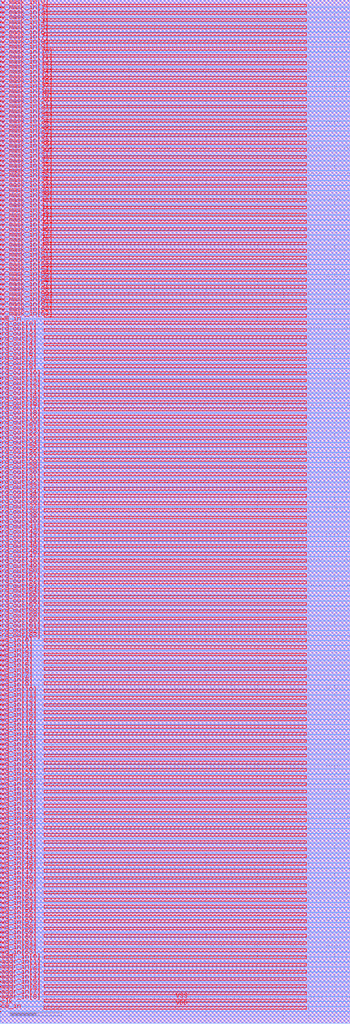
<source format=lef>
VERSION 5.7 ;
BUSBITCHARS "[]" ;
MACRO fakeram45_512x64
  FOREIGN fakeram45_512x64 0 0 ;
  SYMMETRY X Y R90 ;
  SIZE 68.052 BY 198.712 ;
  CLASS BLOCK ;
  PIN w_mask_in[0]
    DIRECTION INPUT ;
    USE SIGNAL ;
    SHAPE ABUTMENT ;
    PORT
      LAYER metal1 ;
      RECT 0.000 197.172 0.140 197.312 ;
      LAYER metal2 ;
      RECT 0.000 197.172 0.140 197.312 ;
      LAYER metal3 ;
      RECT 0.000 197.172 0.140 197.312 ;
      LAYER metal4 ;
      RECT 0.000 197.172 0.140 197.312 ;
      END
    END w_mask_in[0]
  PIN w_mask_in[1]
    DIRECTION INPUT ;
    USE SIGNAL ;
    SHAPE ABUTMENT ;
    PORT
      LAYER metal1 ;
      RECT 0.000 196.212 0.140 196.352 ;
      LAYER metal2 ;
      RECT 0.000 196.212 0.140 196.352 ;
      LAYER metal3 ;
      RECT 0.000 196.212 0.140 196.352 ;
      LAYER metal4 ;
      RECT 0.000 196.212 0.140 196.352 ;
      END
    END w_mask_in[1]
  PIN w_mask_in[2]
    DIRECTION INPUT ;
    USE SIGNAL ;
    SHAPE ABUTMENT ;
    PORT
      LAYER metal1 ;
      RECT 0.000 195.252 0.140 195.392 ;
      LAYER metal2 ;
      RECT 0.000 195.252 0.140 195.392 ;
      LAYER metal3 ;
      RECT 0.000 195.252 0.140 195.392 ;
      LAYER metal4 ;
      RECT 0.000 195.252 0.140 195.392 ;
      END
    END w_mask_in[2]
  PIN w_mask_in[3]
    DIRECTION INPUT ;
    USE SIGNAL ;
    SHAPE ABUTMENT ;
    PORT
      LAYER metal1 ;
      RECT 0.000 194.291 0.140 194.431 ;
      LAYER metal2 ;
      RECT 0.000 194.291 0.140 194.431 ;
      LAYER metal3 ;
      RECT 0.000 194.291 0.140 194.431 ;
      LAYER metal4 ;
      RECT 0.000 194.291 0.140 194.431 ;
      END
    END w_mask_in[3]
  PIN w_mask_in[4]
    DIRECTION INPUT ;
    USE SIGNAL ;
    SHAPE ABUTMENT ;
    PORT
      LAYER metal1 ;
      RECT 0.000 193.331 0.140 193.471 ;
      LAYER metal2 ;
      RECT 0.000 193.331 0.140 193.471 ;
      LAYER metal3 ;
      RECT 0.000 193.331 0.140 193.471 ;
      LAYER metal4 ;
      RECT 0.000 193.331 0.140 193.471 ;
      END
    END w_mask_in[4]
  PIN w_mask_in[5]
    DIRECTION INPUT ;
    USE SIGNAL ;
    SHAPE ABUTMENT ;
    PORT
      LAYER metal1 ;
      RECT 0.000 192.370 0.140 192.510 ;
      LAYER metal2 ;
      RECT 0.000 192.370 0.140 192.510 ;
      LAYER metal3 ;
      RECT 0.000 192.370 0.140 192.510 ;
      LAYER metal4 ;
      RECT 0.000 192.370 0.140 192.510 ;
      END
    END w_mask_in[5]
  PIN w_mask_in[6]
    DIRECTION INPUT ;
    USE SIGNAL ;
    SHAPE ABUTMENT ;
    PORT
      LAYER metal1 ;
      RECT 0.000 191.410 0.140 191.550 ;
      LAYER metal2 ;
      RECT 0.000 191.410 0.140 191.550 ;
      LAYER metal3 ;
      RECT 0.000 191.410 0.140 191.550 ;
      LAYER metal4 ;
      RECT 0.000 191.410 0.140 191.550 ;
      END
    END w_mask_in[6]
  PIN w_mask_in[7]
    DIRECTION INPUT ;
    USE SIGNAL ;
    SHAPE ABUTMENT ;
    PORT
      LAYER metal1 ;
      RECT 0.000 190.450 0.140 190.590 ;
      LAYER metal2 ;
      RECT 0.000 190.450 0.140 190.590 ;
      LAYER metal3 ;
      RECT 0.000 190.450 0.140 190.590 ;
      LAYER metal4 ;
      RECT 0.000 190.450 0.140 190.590 ;
      END
    END w_mask_in[7]
  PIN w_mask_in[8]
    DIRECTION INPUT ;
    USE SIGNAL ;
    SHAPE ABUTMENT ;
    PORT
      LAYER metal1 ;
      RECT 0.000 189.489 0.140 189.629 ;
      LAYER metal2 ;
      RECT 0.000 189.489 0.140 189.629 ;
      LAYER metal3 ;
      RECT 0.000 189.489 0.140 189.629 ;
      LAYER metal4 ;
      RECT 0.000 189.489 0.140 189.629 ;
      END
    END w_mask_in[8]
  PIN w_mask_in[9]
    DIRECTION INPUT ;
    USE SIGNAL ;
    SHAPE ABUTMENT ;
    PORT
      LAYER metal1 ;
      RECT 0.000 188.529 0.140 188.669 ;
      LAYER metal2 ;
      RECT 0.000 188.529 0.140 188.669 ;
      LAYER metal3 ;
      RECT 0.000 188.529 0.140 188.669 ;
      LAYER metal4 ;
      RECT 0.000 188.529 0.140 188.669 ;
      END
    END w_mask_in[9]
  PIN w_mask_in[10]
    DIRECTION INPUT ;
    USE SIGNAL ;
    SHAPE ABUTMENT ;
    PORT
      LAYER metal1 ;
      RECT 0.000 187.569 0.140 187.709 ;
      LAYER metal2 ;
      RECT 0.000 187.569 0.140 187.709 ;
      LAYER metal3 ;
      RECT 0.000 187.569 0.140 187.709 ;
      LAYER metal4 ;
      RECT 0.000 187.569 0.140 187.709 ;
      END
    END w_mask_in[10]
  PIN w_mask_in[11]
    DIRECTION INPUT ;
    USE SIGNAL ;
    SHAPE ABUTMENT ;
    PORT
      LAYER metal1 ;
      RECT 0.000 186.608 0.140 186.748 ;
      LAYER metal2 ;
      RECT 0.000 186.608 0.140 186.748 ;
      LAYER metal3 ;
      RECT 0.000 186.608 0.140 186.748 ;
      LAYER metal4 ;
      RECT 0.000 186.608 0.140 186.748 ;
      END
    END w_mask_in[11]
  PIN w_mask_in[12]
    DIRECTION INPUT ;
    USE SIGNAL ;
    SHAPE ABUTMENT ;
    PORT
      LAYER metal1 ;
      RECT 0.000 185.648 0.140 185.788 ;
      LAYER metal2 ;
      RECT 0.000 185.648 0.140 185.788 ;
      LAYER metal3 ;
      RECT 0.000 185.648 0.140 185.788 ;
      LAYER metal4 ;
      RECT 0.000 185.648 0.140 185.788 ;
      END
    END w_mask_in[12]
  PIN w_mask_in[13]
    DIRECTION INPUT ;
    USE SIGNAL ;
    SHAPE ABUTMENT ;
    PORT
      LAYER metal1 ;
      RECT 0.000 184.688 0.140 184.828 ;
      LAYER metal2 ;
      RECT 0.000 184.688 0.140 184.828 ;
      LAYER metal3 ;
      RECT 0.000 184.688 0.140 184.828 ;
      LAYER metal4 ;
      RECT 0.000 184.688 0.140 184.828 ;
      END
    END w_mask_in[13]
  PIN w_mask_in[14]
    DIRECTION INPUT ;
    USE SIGNAL ;
    SHAPE ABUTMENT ;
    PORT
      LAYER metal1 ;
      RECT 0.000 183.727 0.140 183.867 ;
      LAYER metal2 ;
      RECT 0.000 183.727 0.140 183.867 ;
      LAYER metal3 ;
      RECT 0.000 183.727 0.140 183.867 ;
      LAYER metal4 ;
      RECT 0.000 183.727 0.140 183.867 ;
      END
    END w_mask_in[14]
  PIN w_mask_in[15]
    DIRECTION INPUT ;
    USE SIGNAL ;
    SHAPE ABUTMENT ;
    PORT
      LAYER metal1 ;
      RECT 0.000 182.767 0.140 182.907 ;
      LAYER metal2 ;
      RECT 0.000 182.767 0.140 182.907 ;
      LAYER metal3 ;
      RECT 0.000 182.767 0.140 182.907 ;
      LAYER metal4 ;
      RECT 0.000 182.767 0.140 182.907 ;
      END
    END w_mask_in[15]
  PIN w_mask_in[16]
    DIRECTION INPUT ;
    USE SIGNAL ;
    SHAPE ABUTMENT ;
    PORT
      LAYER metal1 ;
      RECT 0.000 181.807 0.140 181.947 ;
      LAYER metal2 ;
      RECT 0.000 181.807 0.140 181.947 ;
      LAYER metal3 ;
      RECT 0.000 181.807 0.140 181.947 ;
      LAYER metal4 ;
      RECT 0.000 181.807 0.140 181.947 ;
      END
    END w_mask_in[16]
  PIN w_mask_in[17]
    DIRECTION INPUT ;
    USE SIGNAL ;
    SHAPE ABUTMENT ;
    PORT
      LAYER metal1 ;
      RECT 0.000 180.846 0.140 180.986 ;
      LAYER metal2 ;
      RECT 0.000 180.846 0.140 180.986 ;
      LAYER metal3 ;
      RECT 0.000 180.846 0.140 180.986 ;
      LAYER metal4 ;
      RECT 0.000 180.846 0.140 180.986 ;
      END
    END w_mask_in[17]
  PIN w_mask_in[18]
    DIRECTION INPUT ;
    USE SIGNAL ;
    SHAPE ABUTMENT ;
    PORT
      LAYER metal1 ;
      RECT 0.000 179.886 0.140 180.026 ;
      LAYER metal2 ;
      RECT 0.000 179.886 0.140 180.026 ;
      LAYER metal3 ;
      RECT 0.000 179.886 0.140 180.026 ;
      LAYER metal4 ;
      RECT 0.000 179.886 0.140 180.026 ;
      END
    END w_mask_in[18]
  PIN w_mask_in[19]
    DIRECTION INPUT ;
    USE SIGNAL ;
    SHAPE ABUTMENT ;
    PORT
      LAYER metal1 ;
      RECT 0.000 178.925 0.140 179.065 ;
      LAYER metal2 ;
      RECT 0.000 178.925 0.140 179.065 ;
      LAYER metal3 ;
      RECT 0.000 178.925 0.140 179.065 ;
      LAYER metal4 ;
      RECT 0.000 178.925 0.140 179.065 ;
      END
    END w_mask_in[19]
  PIN w_mask_in[20]
    DIRECTION INPUT ;
    USE SIGNAL ;
    SHAPE ABUTMENT ;
    PORT
      LAYER metal1 ;
      RECT 0.000 177.965 0.140 178.105 ;
      LAYER metal2 ;
      RECT 0.000 177.965 0.140 178.105 ;
      LAYER metal3 ;
      RECT 0.000 177.965 0.140 178.105 ;
      LAYER metal4 ;
      RECT 0.000 177.965 0.140 178.105 ;
      END
    END w_mask_in[20]
  PIN w_mask_in[21]
    DIRECTION INPUT ;
    USE SIGNAL ;
    SHAPE ABUTMENT ;
    PORT
      LAYER metal1 ;
      RECT 0.000 177.005 0.140 177.145 ;
      LAYER metal2 ;
      RECT 0.000 177.005 0.140 177.145 ;
      LAYER metal3 ;
      RECT 0.000 177.005 0.140 177.145 ;
      LAYER metal4 ;
      RECT 0.000 177.005 0.140 177.145 ;
      END
    END w_mask_in[21]
  PIN w_mask_in[22]
    DIRECTION INPUT ;
    USE SIGNAL ;
    SHAPE ABUTMENT ;
    PORT
      LAYER metal1 ;
      RECT 0.000 176.044 0.140 176.184 ;
      LAYER metal2 ;
      RECT 0.000 176.044 0.140 176.184 ;
      LAYER metal3 ;
      RECT 0.000 176.044 0.140 176.184 ;
      LAYER metal4 ;
      RECT 0.000 176.044 0.140 176.184 ;
      END
    END w_mask_in[22]
  PIN w_mask_in[23]
    DIRECTION INPUT ;
    USE SIGNAL ;
    SHAPE ABUTMENT ;
    PORT
      LAYER metal1 ;
      RECT 0.000 175.084 0.140 175.224 ;
      LAYER metal2 ;
      RECT 0.000 175.084 0.140 175.224 ;
      LAYER metal3 ;
      RECT 0.000 175.084 0.140 175.224 ;
      LAYER metal4 ;
      RECT 0.000 175.084 0.140 175.224 ;
      END
    END w_mask_in[23]
  PIN w_mask_in[24]
    DIRECTION INPUT ;
    USE SIGNAL ;
    SHAPE ABUTMENT ;
    PORT
      LAYER metal1 ;
      RECT 0.000 174.124 0.140 174.264 ;
      LAYER metal2 ;
      RECT 0.000 174.124 0.140 174.264 ;
      LAYER metal3 ;
      RECT 0.000 174.124 0.140 174.264 ;
      LAYER metal4 ;
      RECT 0.000 174.124 0.140 174.264 ;
      END
    END w_mask_in[24]
  PIN w_mask_in[25]
    DIRECTION INPUT ;
    USE SIGNAL ;
    SHAPE ABUTMENT ;
    PORT
      LAYER metal1 ;
      RECT 0.000 173.163 0.140 173.303 ;
      LAYER metal2 ;
      RECT 0.000 173.163 0.140 173.303 ;
      LAYER metal3 ;
      RECT 0.000 173.163 0.140 173.303 ;
      LAYER metal4 ;
      RECT 0.000 173.163 0.140 173.303 ;
      END
    END w_mask_in[25]
  PIN w_mask_in[26]
    DIRECTION INPUT ;
    USE SIGNAL ;
    SHAPE ABUTMENT ;
    PORT
      LAYER metal1 ;
      RECT 0.000 172.203 0.140 172.343 ;
      LAYER metal2 ;
      RECT 0.000 172.203 0.140 172.343 ;
      LAYER metal3 ;
      RECT 0.000 172.203 0.140 172.343 ;
      LAYER metal4 ;
      RECT 0.000 172.203 0.140 172.343 ;
      END
    END w_mask_in[26]
  PIN w_mask_in[27]
    DIRECTION INPUT ;
    USE SIGNAL ;
    SHAPE ABUTMENT ;
    PORT
      LAYER metal1 ;
      RECT 0.000 171.243 0.140 171.383 ;
      LAYER metal2 ;
      RECT 0.000 171.243 0.140 171.383 ;
      LAYER metal3 ;
      RECT 0.000 171.243 0.140 171.383 ;
      LAYER metal4 ;
      RECT 0.000 171.243 0.140 171.383 ;
      END
    END w_mask_in[27]
  PIN w_mask_in[28]
    DIRECTION INPUT ;
    USE SIGNAL ;
    SHAPE ABUTMENT ;
    PORT
      LAYER metal1 ;
      RECT 0.000 170.282 0.140 170.422 ;
      LAYER metal2 ;
      RECT 0.000 170.282 0.140 170.422 ;
      LAYER metal3 ;
      RECT 0.000 170.282 0.140 170.422 ;
      LAYER metal4 ;
      RECT 0.000 170.282 0.140 170.422 ;
      END
    END w_mask_in[28]
  PIN w_mask_in[29]
    DIRECTION INPUT ;
    USE SIGNAL ;
    SHAPE ABUTMENT ;
    PORT
      LAYER metal1 ;
      RECT 0.000 169.322 0.140 169.462 ;
      LAYER metal2 ;
      RECT 0.000 169.322 0.140 169.462 ;
      LAYER metal3 ;
      RECT 0.000 169.322 0.140 169.462 ;
      LAYER metal4 ;
      RECT 0.000 169.322 0.140 169.462 ;
      END
    END w_mask_in[29]
  PIN w_mask_in[30]
    DIRECTION INPUT ;
    USE SIGNAL ;
    SHAPE ABUTMENT ;
    PORT
      LAYER metal1 ;
      RECT 0.000 168.362 0.140 168.502 ;
      LAYER metal2 ;
      RECT 0.000 168.362 0.140 168.502 ;
      LAYER metal3 ;
      RECT 0.000 168.362 0.140 168.502 ;
      LAYER metal4 ;
      RECT 0.000 168.362 0.140 168.502 ;
      END
    END w_mask_in[30]
  PIN w_mask_in[31]
    DIRECTION INPUT ;
    USE SIGNAL ;
    SHAPE ABUTMENT ;
    PORT
      LAYER metal1 ;
      RECT 0.000 167.401 0.140 167.541 ;
      LAYER metal2 ;
      RECT 0.000 167.401 0.140 167.541 ;
      LAYER metal3 ;
      RECT 0.000 167.401 0.140 167.541 ;
      LAYER metal4 ;
      RECT 0.000 167.401 0.140 167.541 ;
      END
    END w_mask_in[31]
  PIN w_mask_in[32]
    DIRECTION INPUT ;
    USE SIGNAL ;
    SHAPE ABUTMENT ;
    PORT
      LAYER metal1 ;
      RECT 0.000 166.441 0.140 166.581 ;
      LAYER metal2 ;
      RECT 0.000 166.441 0.140 166.581 ;
      LAYER metal3 ;
      RECT 0.000 166.441 0.140 166.581 ;
      LAYER metal4 ;
      RECT 0.000 166.441 0.140 166.581 ;
      END
    END w_mask_in[32]
  PIN w_mask_in[33]
    DIRECTION INPUT ;
    USE SIGNAL ;
    SHAPE ABUTMENT ;
    PORT
      LAYER metal1 ;
      RECT 0.000 165.481 0.140 165.621 ;
      LAYER metal2 ;
      RECT 0.000 165.481 0.140 165.621 ;
      LAYER metal3 ;
      RECT 0.000 165.481 0.140 165.621 ;
      LAYER metal4 ;
      RECT 0.000 165.481 0.140 165.621 ;
      END
    END w_mask_in[33]
  PIN w_mask_in[34]
    DIRECTION INPUT ;
    USE SIGNAL ;
    SHAPE ABUTMENT ;
    PORT
      LAYER metal1 ;
      RECT 0.000 164.520 0.140 164.660 ;
      LAYER metal2 ;
      RECT 0.000 164.520 0.140 164.660 ;
      LAYER metal3 ;
      RECT 0.000 164.520 0.140 164.660 ;
      LAYER metal4 ;
      RECT 0.000 164.520 0.140 164.660 ;
      END
    END w_mask_in[34]
  PIN w_mask_in[35]
    DIRECTION INPUT ;
    USE SIGNAL ;
    SHAPE ABUTMENT ;
    PORT
      LAYER metal1 ;
      RECT 0.000 163.560 0.140 163.700 ;
      LAYER metal2 ;
      RECT 0.000 163.560 0.140 163.700 ;
      LAYER metal3 ;
      RECT 0.000 163.560 0.140 163.700 ;
      LAYER metal4 ;
      RECT 0.000 163.560 0.140 163.700 ;
      END
    END w_mask_in[35]
  PIN w_mask_in[36]
    DIRECTION INPUT ;
    USE SIGNAL ;
    SHAPE ABUTMENT ;
    PORT
      LAYER metal1 ;
      RECT 0.000 162.599 0.140 162.739 ;
      LAYER metal2 ;
      RECT 0.000 162.599 0.140 162.739 ;
      LAYER metal3 ;
      RECT 0.000 162.599 0.140 162.739 ;
      LAYER metal4 ;
      RECT 0.000 162.599 0.140 162.739 ;
      END
    END w_mask_in[36]
  PIN w_mask_in[37]
    DIRECTION INPUT ;
    USE SIGNAL ;
    SHAPE ABUTMENT ;
    PORT
      LAYER metal1 ;
      RECT 0.000 161.639 0.140 161.779 ;
      LAYER metal2 ;
      RECT 0.000 161.639 0.140 161.779 ;
      LAYER metal3 ;
      RECT 0.000 161.639 0.140 161.779 ;
      LAYER metal4 ;
      RECT 0.000 161.639 0.140 161.779 ;
      END
    END w_mask_in[37]
  PIN w_mask_in[38]
    DIRECTION INPUT ;
    USE SIGNAL ;
    SHAPE ABUTMENT ;
    PORT
      LAYER metal1 ;
      RECT 0.000 160.679 0.140 160.819 ;
      LAYER metal2 ;
      RECT 0.000 160.679 0.140 160.819 ;
      LAYER metal3 ;
      RECT 0.000 160.679 0.140 160.819 ;
      LAYER metal4 ;
      RECT 0.000 160.679 0.140 160.819 ;
      END
    END w_mask_in[38]
  PIN w_mask_in[39]
    DIRECTION INPUT ;
    USE SIGNAL ;
    SHAPE ABUTMENT ;
    PORT
      LAYER metal1 ;
      RECT 0.000 159.718 0.140 159.858 ;
      LAYER metal2 ;
      RECT 0.000 159.718 0.140 159.858 ;
      LAYER metal3 ;
      RECT 0.000 159.718 0.140 159.858 ;
      LAYER metal4 ;
      RECT 0.000 159.718 0.140 159.858 ;
      END
    END w_mask_in[39]
  PIN w_mask_in[40]
    DIRECTION INPUT ;
    USE SIGNAL ;
    SHAPE ABUTMENT ;
    PORT
      LAYER metal1 ;
      RECT 0.000 158.758 0.140 158.898 ;
      LAYER metal2 ;
      RECT 0.000 158.758 0.140 158.898 ;
      LAYER metal3 ;
      RECT 0.000 158.758 0.140 158.898 ;
      LAYER metal4 ;
      RECT 0.000 158.758 0.140 158.898 ;
      END
    END w_mask_in[40]
  PIN w_mask_in[41]
    DIRECTION INPUT ;
    USE SIGNAL ;
    SHAPE ABUTMENT ;
    PORT
      LAYER metal1 ;
      RECT 0.000 157.798 0.140 157.938 ;
      LAYER metal2 ;
      RECT 0.000 157.798 0.140 157.938 ;
      LAYER metal3 ;
      RECT 0.000 157.798 0.140 157.938 ;
      LAYER metal4 ;
      RECT 0.000 157.798 0.140 157.938 ;
      END
    END w_mask_in[41]
  PIN w_mask_in[42]
    DIRECTION INPUT ;
    USE SIGNAL ;
    SHAPE ABUTMENT ;
    PORT
      LAYER metal1 ;
      RECT 0.000 156.837 0.140 156.977 ;
      LAYER metal2 ;
      RECT 0.000 156.837 0.140 156.977 ;
      LAYER metal3 ;
      RECT 0.000 156.837 0.140 156.977 ;
      LAYER metal4 ;
      RECT 0.000 156.837 0.140 156.977 ;
      END
    END w_mask_in[42]
  PIN w_mask_in[43]
    DIRECTION INPUT ;
    USE SIGNAL ;
    SHAPE ABUTMENT ;
    PORT
      LAYER metal1 ;
      RECT 0.000 155.877 0.140 156.017 ;
      LAYER metal2 ;
      RECT 0.000 155.877 0.140 156.017 ;
      LAYER metal3 ;
      RECT 0.000 155.877 0.140 156.017 ;
      LAYER metal4 ;
      RECT 0.000 155.877 0.140 156.017 ;
      END
    END w_mask_in[43]
  PIN w_mask_in[44]
    DIRECTION INPUT ;
    USE SIGNAL ;
    SHAPE ABUTMENT ;
    PORT
      LAYER metal1 ;
      RECT 0.000 154.917 0.140 155.057 ;
      LAYER metal2 ;
      RECT 0.000 154.917 0.140 155.057 ;
      LAYER metal3 ;
      RECT 0.000 154.917 0.140 155.057 ;
      LAYER metal4 ;
      RECT 0.000 154.917 0.140 155.057 ;
      END
    END w_mask_in[44]
  PIN w_mask_in[45]
    DIRECTION INPUT ;
    USE SIGNAL ;
    SHAPE ABUTMENT ;
    PORT
      LAYER metal1 ;
      RECT 0.000 153.956 0.140 154.096 ;
      LAYER metal2 ;
      RECT 0.000 153.956 0.140 154.096 ;
      LAYER metal3 ;
      RECT 0.000 153.956 0.140 154.096 ;
      LAYER metal4 ;
      RECT 0.000 153.956 0.140 154.096 ;
      END
    END w_mask_in[45]
  PIN w_mask_in[46]
    DIRECTION INPUT ;
    USE SIGNAL ;
    SHAPE ABUTMENT ;
    PORT
      LAYER metal1 ;
      RECT 0.000 152.996 0.140 153.136 ;
      LAYER metal2 ;
      RECT 0.000 152.996 0.140 153.136 ;
      LAYER metal3 ;
      RECT 0.000 152.996 0.140 153.136 ;
      LAYER metal4 ;
      RECT 0.000 152.996 0.140 153.136 ;
      END
    END w_mask_in[46]
  PIN w_mask_in[47]
    DIRECTION INPUT ;
    USE SIGNAL ;
    SHAPE ABUTMENT ;
    PORT
      LAYER metal1 ;
      RECT 0.000 152.036 0.140 152.176 ;
      LAYER metal2 ;
      RECT 0.000 152.036 0.140 152.176 ;
      LAYER metal3 ;
      RECT 0.000 152.036 0.140 152.176 ;
      LAYER metal4 ;
      RECT 0.000 152.036 0.140 152.176 ;
      END
    END w_mask_in[47]
  PIN w_mask_in[48]
    DIRECTION INPUT ;
    USE SIGNAL ;
    SHAPE ABUTMENT ;
    PORT
      LAYER metal1 ;
      RECT 0.000 151.075 0.140 151.215 ;
      LAYER metal2 ;
      RECT 0.000 151.075 0.140 151.215 ;
      LAYER metal3 ;
      RECT 0.000 151.075 0.140 151.215 ;
      LAYER metal4 ;
      RECT 0.000 151.075 0.140 151.215 ;
      END
    END w_mask_in[48]
  PIN w_mask_in[49]
    DIRECTION INPUT ;
    USE SIGNAL ;
    SHAPE ABUTMENT ;
    PORT
      LAYER metal1 ;
      RECT 0.000 150.115 0.140 150.255 ;
      LAYER metal2 ;
      RECT 0.000 150.115 0.140 150.255 ;
      LAYER metal3 ;
      RECT 0.000 150.115 0.140 150.255 ;
      LAYER metal4 ;
      RECT 0.000 150.115 0.140 150.255 ;
      END
    END w_mask_in[49]
  PIN w_mask_in[50]
    DIRECTION INPUT ;
    USE SIGNAL ;
    SHAPE ABUTMENT ;
    PORT
      LAYER metal1 ;
      RECT 0.000 149.155 0.140 149.295 ;
      LAYER metal2 ;
      RECT 0.000 149.155 0.140 149.295 ;
      LAYER metal3 ;
      RECT 0.000 149.155 0.140 149.295 ;
      LAYER metal4 ;
      RECT 0.000 149.155 0.140 149.295 ;
      END
    END w_mask_in[50]
  PIN w_mask_in[51]
    DIRECTION INPUT ;
    USE SIGNAL ;
    SHAPE ABUTMENT ;
    PORT
      LAYER metal1 ;
      RECT 0.000 148.194 0.140 148.334 ;
      LAYER metal2 ;
      RECT 0.000 148.194 0.140 148.334 ;
      LAYER metal3 ;
      RECT 0.000 148.194 0.140 148.334 ;
      LAYER metal4 ;
      RECT 0.000 148.194 0.140 148.334 ;
      END
    END w_mask_in[51]
  PIN w_mask_in[52]
    DIRECTION INPUT ;
    USE SIGNAL ;
    SHAPE ABUTMENT ;
    PORT
      LAYER metal1 ;
      RECT 0.000 147.234 0.140 147.374 ;
      LAYER metal2 ;
      RECT 0.000 147.234 0.140 147.374 ;
      LAYER metal3 ;
      RECT 0.000 147.234 0.140 147.374 ;
      LAYER metal4 ;
      RECT 0.000 147.234 0.140 147.374 ;
      END
    END w_mask_in[52]
  PIN w_mask_in[53]
    DIRECTION INPUT ;
    USE SIGNAL ;
    SHAPE ABUTMENT ;
    PORT
      LAYER metal1 ;
      RECT 0.000 146.273 0.140 146.413 ;
      LAYER metal2 ;
      RECT 0.000 146.273 0.140 146.413 ;
      LAYER metal3 ;
      RECT 0.000 146.273 0.140 146.413 ;
      LAYER metal4 ;
      RECT 0.000 146.273 0.140 146.413 ;
      END
    END w_mask_in[53]
  PIN w_mask_in[54]
    DIRECTION INPUT ;
    USE SIGNAL ;
    SHAPE ABUTMENT ;
    PORT
      LAYER metal1 ;
      RECT 0.000 145.313 0.140 145.453 ;
      LAYER metal2 ;
      RECT 0.000 145.313 0.140 145.453 ;
      LAYER metal3 ;
      RECT 0.000 145.313 0.140 145.453 ;
      LAYER metal4 ;
      RECT 0.000 145.313 0.140 145.453 ;
      END
    END w_mask_in[54]
  PIN w_mask_in[55]
    DIRECTION INPUT ;
    USE SIGNAL ;
    SHAPE ABUTMENT ;
    PORT
      LAYER metal1 ;
      RECT 0.000 144.353 0.140 144.493 ;
      LAYER metal2 ;
      RECT 0.000 144.353 0.140 144.493 ;
      LAYER metal3 ;
      RECT 0.000 144.353 0.140 144.493 ;
      LAYER metal4 ;
      RECT 0.000 144.353 0.140 144.493 ;
      END
    END w_mask_in[55]
  PIN w_mask_in[56]
    DIRECTION INPUT ;
    USE SIGNAL ;
    SHAPE ABUTMENT ;
    PORT
      LAYER metal1 ;
      RECT 0.000 143.392 0.140 143.532 ;
      LAYER metal2 ;
      RECT 0.000 143.392 0.140 143.532 ;
      LAYER metal3 ;
      RECT 0.000 143.392 0.140 143.532 ;
      LAYER metal4 ;
      RECT 0.000 143.392 0.140 143.532 ;
      END
    END w_mask_in[56]
  PIN w_mask_in[57]
    DIRECTION INPUT ;
    USE SIGNAL ;
    SHAPE ABUTMENT ;
    PORT
      LAYER metal1 ;
      RECT 0.000 142.432 0.140 142.572 ;
      LAYER metal2 ;
      RECT 0.000 142.432 0.140 142.572 ;
      LAYER metal3 ;
      RECT 0.000 142.432 0.140 142.572 ;
      LAYER metal4 ;
      RECT 0.000 142.432 0.140 142.572 ;
      END
    END w_mask_in[57]
  PIN w_mask_in[58]
    DIRECTION INPUT ;
    USE SIGNAL ;
    SHAPE ABUTMENT ;
    PORT
      LAYER metal1 ;
      RECT 0.000 141.472 0.140 141.612 ;
      LAYER metal2 ;
      RECT 0.000 141.472 0.140 141.612 ;
      LAYER metal3 ;
      RECT 0.000 141.472 0.140 141.612 ;
      LAYER metal4 ;
      RECT 0.000 141.472 0.140 141.612 ;
      END
    END w_mask_in[58]
  PIN w_mask_in[59]
    DIRECTION INPUT ;
    USE SIGNAL ;
    SHAPE ABUTMENT ;
    PORT
      LAYER metal1 ;
      RECT 0.000 140.511 0.140 140.651 ;
      LAYER metal2 ;
      RECT 0.000 140.511 0.140 140.651 ;
      LAYER metal3 ;
      RECT 0.000 140.511 0.140 140.651 ;
      LAYER metal4 ;
      RECT 0.000 140.511 0.140 140.651 ;
      END
    END w_mask_in[59]
  PIN w_mask_in[60]
    DIRECTION INPUT ;
    USE SIGNAL ;
    SHAPE ABUTMENT ;
    PORT
      LAYER metal1 ;
      RECT 0.000 139.551 0.140 139.691 ;
      LAYER metal2 ;
      RECT 0.000 139.551 0.140 139.691 ;
      LAYER metal3 ;
      RECT 0.000 139.551 0.140 139.691 ;
      LAYER metal4 ;
      RECT 0.000 139.551 0.140 139.691 ;
      END
    END w_mask_in[60]
  PIN w_mask_in[61]
    DIRECTION INPUT ;
    USE SIGNAL ;
    SHAPE ABUTMENT ;
    PORT
      LAYER metal1 ;
      RECT 0.000 138.591 0.140 138.731 ;
      LAYER metal2 ;
      RECT 0.000 138.591 0.140 138.731 ;
      LAYER metal3 ;
      RECT 0.000 138.591 0.140 138.731 ;
      LAYER metal4 ;
      RECT 0.000 138.591 0.140 138.731 ;
      END
    END w_mask_in[61]
  PIN w_mask_in[62]
    DIRECTION INPUT ;
    USE SIGNAL ;
    SHAPE ABUTMENT ;
    PORT
      LAYER metal1 ;
      RECT 0.000 137.630 0.140 137.770 ;
      LAYER metal2 ;
      RECT 0.000 137.630 0.140 137.770 ;
      LAYER metal3 ;
      RECT 0.000 137.630 0.140 137.770 ;
      LAYER metal4 ;
      RECT 0.000 137.630 0.140 137.770 ;
      END
    END w_mask_in[62]
  PIN w_mask_in[63]
    DIRECTION INPUT ;
    USE SIGNAL ;
    SHAPE ABUTMENT ;
    PORT
      LAYER metal1 ;
      RECT 0.000 136.670 0.140 136.810 ;
      LAYER metal2 ;
      RECT 0.000 136.670 0.140 136.810 ;
      LAYER metal3 ;
      RECT 0.000 136.670 0.140 136.810 ;
      LAYER metal4 ;
      RECT 0.000 136.670 0.140 136.810 ;
      END
    END w_mask_in[63]
  PIN we_in
    DIRECTION INPUT ;
    USE SIGNAL ;
    SHAPE ABUTMENT ;
    PORT
      LAYER metal1 ;
      RECT 0.000 135.710 0.140 135.850 ;
      LAYER metal2 ;
      RECT 0.000 135.710 0.140 135.850 ;
      LAYER metal3 ;
      RECT 0.000 135.710 0.140 135.850 ;
      LAYER metal4 ;
      RECT 0.000 135.710 0.140 135.850 ;
      END
    END we_in
  PIN rd_out[0]
    DIRECTION OUTPUT ;
    USE SIGNAL ;
    SHAPE ABUTMENT ;
    PORT
      LAYER metal1 ;
      RECT 0.000 134.749 0.140 134.889 ;
      LAYER metal2 ;
      RECT 0.000 134.749 0.140 134.889 ;
      LAYER metal3 ;
      RECT 0.000 134.749 0.140 134.889 ;
      LAYER metal4 ;
      RECT 0.000 134.749 0.140 134.889 ;
      END
    END rd_out[0]
  PIN rd_out[1]
    DIRECTION OUTPUT ;
    USE SIGNAL ;
    SHAPE ABUTMENT ;
    PORT
      LAYER metal1 ;
      RECT 0.000 133.789 0.140 133.929 ;
      LAYER metal2 ;
      RECT 0.000 133.789 0.140 133.929 ;
      LAYER metal3 ;
      RECT 0.000 133.789 0.140 133.929 ;
      LAYER metal4 ;
      RECT 0.000 133.789 0.140 133.929 ;
      END
    END rd_out[1]
  PIN rd_out[2]
    DIRECTION OUTPUT ;
    USE SIGNAL ;
    SHAPE ABUTMENT ;
    PORT
      LAYER metal1 ;
      RECT 0.000 132.829 0.140 132.969 ;
      LAYER metal2 ;
      RECT 0.000 132.829 0.140 132.969 ;
      LAYER metal3 ;
      RECT 0.000 132.829 0.140 132.969 ;
      LAYER metal4 ;
      RECT 0.000 132.829 0.140 132.969 ;
      END
    END rd_out[2]
  PIN rd_out[3]
    DIRECTION OUTPUT ;
    USE SIGNAL ;
    SHAPE ABUTMENT ;
    PORT
      LAYER metal1 ;
      RECT 0.000 131.868 0.140 132.008 ;
      LAYER metal2 ;
      RECT 0.000 131.868 0.140 132.008 ;
      LAYER metal3 ;
      RECT 0.000 131.868 0.140 132.008 ;
      LAYER metal4 ;
      RECT 0.000 131.868 0.140 132.008 ;
      END
    END rd_out[3]
  PIN rd_out[4]
    DIRECTION OUTPUT ;
    USE SIGNAL ;
    SHAPE ABUTMENT ;
    PORT
      LAYER metal1 ;
      RECT 0.000 130.908 0.140 131.048 ;
      LAYER metal2 ;
      RECT 0.000 130.908 0.140 131.048 ;
      LAYER metal3 ;
      RECT 0.000 130.908 0.140 131.048 ;
      LAYER metal4 ;
      RECT 0.000 130.908 0.140 131.048 ;
      END
    END rd_out[4]
  PIN rd_out[5]
    DIRECTION OUTPUT ;
    USE SIGNAL ;
    SHAPE ABUTMENT ;
    PORT
      LAYER metal1 ;
      RECT 0.000 129.947 0.140 130.087 ;
      LAYER metal2 ;
      RECT 0.000 129.947 0.140 130.087 ;
      LAYER metal3 ;
      RECT 0.000 129.947 0.140 130.087 ;
      LAYER metal4 ;
      RECT 0.000 129.947 0.140 130.087 ;
      END
    END rd_out[5]
  PIN rd_out[6]
    DIRECTION OUTPUT ;
    USE SIGNAL ;
    SHAPE ABUTMENT ;
    PORT
      LAYER metal1 ;
      RECT 0.000 128.987 0.140 129.127 ;
      LAYER metal2 ;
      RECT 0.000 128.987 0.140 129.127 ;
      LAYER metal3 ;
      RECT 0.000 128.987 0.140 129.127 ;
      LAYER metal4 ;
      RECT 0.000 128.987 0.140 129.127 ;
      END
    END rd_out[6]
  PIN rd_out[7]
    DIRECTION OUTPUT ;
    USE SIGNAL ;
    SHAPE ABUTMENT ;
    PORT
      LAYER metal1 ;
      RECT 0.000 128.027 0.140 128.167 ;
      LAYER metal2 ;
      RECT 0.000 128.027 0.140 128.167 ;
      LAYER metal3 ;
      RECT 0.000 128.027 0.140 128.167 ;
      LAYER metal4 ;
      RECT 0.000 128.027 0.140 128.167 ;
      END
    END rd_out[7]
  PIN rd_out[8]
    DIRECTION OUTPUT ;
    USE SIGNAL ;
    SHAPE ABUTMENT ;
    PORT
      LAYER metal1 ;
      RECT 0.000 127.066 0.140 127.206 ;
      LAYER metal2 ;
      RECT 0.000 127.066 0.140 127.206 ;
      LAYER metal3 ;
      RECT 0.000 127.066 0.140 127.206 ;
      LAYER metal4 ;
      RECT 0.000 127.066 0.140 127.206 ;
      END
    END rd_out[8]
  PIN rd_out[9]
    DIRECTION OUTPUT ;
    USE SIGNAL ;
    SHAPE ABUTMENT ;
    PORT
      LAYER metal1 ;
      RECT 0.000 126.106 0.140 126.246 ;
      LAYER metal2 ;
      RECT 0.000 126.106 0.140 126.246 ;
      LAYER metal3 ;
      RECT 0.000 126.106 0.140 126.246 ;
      LAYER metal4 ;
      RECT 0.000 126.106 0.140 126.246 ;
      END
    END rd_out[9]
  PIN rd_out[10]
    DIRECTION OUTPUT ;
    USE SIGNAL ;
    SHAPE ABUTMENT ;
    PORT
      LAYER metal1 ;
      RECT 0.000 125.146 0.140 125.286 ;
      LAYER metal2 ;
      RECT 0.000 125.146 0.140 125.286 ;
      LAYER metal3 ;
      RECT 0.000 125.146 0.140 125.286 ;
      LAYER metal4 ;
      RECT 0.000 125.146 0.140 125.286 ;
      END
    END rd_out[10]
  PIN rd_out[11]
    DIRECTION OUTPUT ;
    USE SIGNAL ;
    SHAPE ABUTMENT ;
    PORT
      LAYER metal1 ;
      RECT 0.000 124.185 0.140 124.325 ;
      LAYER metal2 ;
      RECT 0.000 124.185 0.140 124.325 ;
      LAYER metal3 ;
      RECT 0.000 124.185 0.140 124.325 ;
      LAYER metal4 ;
      RECT 0.000 124.185 0.140 124.325 ;
      END
    END rd_out[11]
  PIN rd_out[12]
    DIRECTION OUTPUT ;
    USE SIGNAL ;
    SHAPE ABUTMENT ;
    PORT
      LAYER metal1 ;
      RECT 0.000 123.225 0.140 123.365 ;
      LAYER metal2 ;
      RECT 0.000 123.225 0.140 123.365 ;
      LAYER metal3 ;
      RECT 0.000 123.225 0.140 123.365 ;
      LAYER metal4 ;
      RECT 0.000 123.225 0.140 123.365 ;
      END
    END rd_out[12]
  PIN rd_out[13]
    DIRECTION OUTPUT ;
    USE SIGNAL ;
    SHAPE ABUTMENT ;
    PORT
      LAYER metal1 ;
      RECT 0.000 122.265 0.140 122.405 ;
      LAYER metal2 ;
      RECT 0.000 122.265 0.140 122.405 ;
      LAYER metal3 ;
      RECT 0.000 122.265 0.140 122.405 ;
      LAYER metal4 ;
      RECT 0.000 122.265 0.140 122.405 ;
      END
    END rd_out[13]
  PIN rd_out[14]
    DIRECTION OUTPUT ;
    USE SIGNAL ;
    SHAPE ABUTMENT ;
    PORT
      LAYER metal1 ;
      RECT 0.000 121.304 0.140 121.444 ;
      LAYER metal2 ;
      RECT 0.000 121.304 0.140 121.444 ;
      LAYER metal3 ;
      RECT 0.000 121.304 0.140 121.444 ;
      LAYER metal4 ;
      RECT 0.000 121.304 0.140 121.444 ;
      END
    END rd_out[14]
  PIN rd_out[15]
    DIRECTION OUTPUT ;
    USE SIGNAL ;
    SHAPE ABUTMENT ;
    PORT
      LAYER metal1 ;
      RECT 0.000 120.344 0.140 120.484 ;
      LAYER metal2 ;
      RECT 0.000 120.344 0.140 120.484 ;
      LAYER metal3 ;
      RECT 0.000 120.344 0.140 120.484 ;
      LAYER metal4 ;
      RECT 0.000 120.344 0.140 120.484 ;
      END
    END rd_out[15]
  PIN rd_out[16]
    DIRECTION OUTPUT ;
    USE SIGNAL ;
    SHAPE ABUTMENT ;
    PORT
      LAYER metal1 ;
      RECT 0.000 119.384 0.140 119.524 ;
      LAYER metal2 ;
      RECT 0.000 119.384 0.140 119.524 ;
      LAYER metal3 ;
      RECT 0.000 119.384 0.140 119.524 ;
      LAYER metal4 ;
      RECT 0.000 119.384 0.140 119.524 ;
      END
    END rd_out[16]
  PIN rd_out[17]
    DIRECTION OUTPUT ;
    USE SIGNAL ;
    SHAPE ABUTMENT ;
    PORT
      LAYER metal1 ;
      RECT 0.000 118.423 0.140 118.563 ;
      LAYER metal2 ;
      RECT 0.000 118.423 0.140 118.563 ;
      LAYER metal3 ;
      RECT 0.000 118.423 0.140 118.563 ;
      LAYER metal4 ;
      RECT 0.000 118.423 0.140 118.563 ;
      END
    END rd_out[17]
  PIN rd_out[18]
    DIRECTION OUTPUT ;
    USE SIGNAL ;
    SHAPE ABUTMENT ;
    PORT
      LAYER metal1 ;
      RECT 0.000 117.463 0.140 117.603 ;
      LAYER metal2 ;
      RECT 0.000 117.463 0.140 117.603 ;
      LAYER metal3 ;
      RECT 0.000 117.463 0.140 117.603 ;
      LAYER metal4 ;
      RECT 0.000 117.463 0.140 117.603 ;
      END
    END rd_out[18]
  PIN rd_out[19]
    DIRECTION OUTPUT ;
    USE SIGNAL ;
    SHAPE ABUTMENT ;
    PORT
      LAYER metal1 ;
      RECT 0.000 116.502 0.140 116.642 ;
      LAYER metal2 ;
      RECT 0.000 116.502 0.140 116.642 ;
      LAYER metal3 ;
      RECT 0.000 116.502 0.140 116.642 ;
      LAYER metal4 ;
      RECT 0.000 116.502 0.140 116.642 ;
      END
    END rd_out[19]
  PIN rd_out[20]
    DIRECTION OUTPUT ;
    USE SIGNAL ;
    SHAPE ABUTMENT ;
    PORT
      LAYER metal1 ;
      RECT 0.000 115.542 0.140 115.682 ;
      LAYER metal2 ;
      RECT 0.000 115.542 0.140 115.682 ;
      LAYER metal3 ;
      RECT 0.000 115.542 0.140 115.682 ;
      LAYER metal4 ;
      RECT 0.000 115.542 0.140 115.682 ;
      END
    END rd_out[20]
  PIN rd_out[21]
    DIRECTION OUTPUT ;
    USE SIGNAL ;
    SHAPE ABUTMENT ;
    PORT
      LAYER metal1 ;
      RECT 0.000 114.582 0.140 114.722 ;
      LAYER metal2 ;
      RECT 0.000 114.582 0.140 114.722 ;
      LAYER metal3 ;
      RECT 0.000 114.582 0.140 114.722 ;
      LAYER metal4 ;
      RECT 0.000 114.582 0.140 114.722 ;
      END
    END rd_out[21]
  PIN rd_out[22]
    DIRECTION OUTPUT ;
    USE SIGNAL ;
    SHAPE ABUTMENT ;
    PORT
      LAYER metal1 ;
      RECT 0.000 113.621 0.140 113.761 ;
      LAYER metal2 ;
      RECT 0.000 113.621 0.140 113.761 ;
      LAYER metal3 ;
      RECT 0.000 113.621 0.140 113.761 ;
      LAYER metal4 ;
      RECT 0.000 113.621 0.140 113.761 ;
      END
    END rd_out[22]
  PIN rd_out[23]
    DIRECTION OUTPUT ;
    USE SIGNAL ;
    SHAPE ABUTMENT ;
    PORT
      LAYER metal1 ;
      RECT 0.000 112.661 0.140 112.801 ;
      LAYER metal2 ;
      RECT 0.000 112.661 0.140 112.801 ;
      LAYER metal3 ;
      RECT 0.000 112.661 0.140 112.801 ;
      LAYER metal4 ;
      RECT 0.000 112.661 0.140 112.801 ;
      END
    END rd_out[23]
  PIN rd_out[24]
    DIRECTION OUTPUT ;
    USE SIGNAL ;
    SHAPE ABUTMENT ;
    PORT
      LAYER metal1 ;
      RECT 0.000 111.701 0.140 111.841 ;
      LAYER metal2 ;
      RECT 0.000 111.701 0.140 111.841 ;
      LAYER metal3 ;
      RECT 0.000 111.701 0.140 111.841 ;
      LAYER metal4 ;
      RECT 0.000 111.701 0.140 111.841 ;
      END
    END rd_out[24]
  PIN rd_out[25]
    DIRECTION OUTPUT ;
    USE SIGNAL ;
    SHAPE ABUTMENT ;
    PORT
      LAYER metal1 ;
      RECT 0.000 110.740 0.140 110.880 ;
      LAYER metal2 ;
      RECT 0.000 110.740 0.140 110.880 ;
      LAYER metal3 ;
      RECT 0.000 110.740 0.140 110.880 ;
      LAYER metal4 ;
      RECT 0.000 110.740 0.140 110.880 ;
      END
    END rd_out[25]
  PIN rd_out[26]
    DIRECTION OUTPUT ;
    USE SIGNAL ;
    SHAPE ABUTMENT ;
    PORT
      LAYER metal1 ;
      RECT 0.000 109.780 0.140 109.920 ;
      LAYER metal2 ;
      RECT 0.000 109.780 0.140 109.920 ;
      LAYER metal3 ;
      RECT 0.000 109.780 0.140 109.920 ;
      LAYER metal4 ;
      RECT 0.000 109.780 0.140 109.920 ;
      END
    END rd_out[26]
  PIN rd_out[27]
    DIRECTION OUTPUT ;
    USE SIGNAL ;
    SHAPE ABUTMENT ;
    PORT
      LAYER metal1 ;
      RECT 0.000 108.820 0.140 108.960 ;
      LAYER metal2 ;
      RECT 0.000 108.820 0.140 108.960 ;
      LAYER metal3 ;
      RECT 0.000 108.820 0.140 108.960 ;
      LAYER metal4 ;
      RECT 0.000 108.820 0.140 108.960 ;
      END
    END rd_out[27]
  PIN rd_out[28]
    DIRECTION OUTPUT ;
    USE SIGNAL ;
    SHAPE ABUTMENT ;
    PORT
      LAYER metal1 ;
      RECT 0.000 107.859 0.140 107.999 ;
      LAYER metal2 ;
      RECT 0.000 107.859 0.140 107.999 ;
      LAYER metal3 ;
      RECT 0.000 107.859 0.140 107.999 ;
      LAYER metal4 ;
      RECT 0.000 107.859 0.140 107.999 ;
      END
    END rd_out[28]
  PIN rd_out[29]
    DIRECTION OUTPUT ;
    USE SIGNAL ;
    SHAPE ABUTMENT ;
    PORT
      LAYER metal1 ;
      RECT 0.000 106.899 0.140 107.039 ;
      LAYER metal2 ;
      RECT 0.000 106.899 0.140 107.039 ;
      LAYER metal3 ;
      RECT 0.000 106.899 0.140 107.039 ;
      LAYER metal4 ;
      RECT 0.000 106.899 0.140 107.039 ;
      END
    END rd_out[29]
  PIN rd_out[30]
    DIRECTION OUTPUT ;
    USE SIGNAL ;
    SHAPE ABUTMENT ;
    PORT
      LAYER metal1 ;
      RECT 0.000 105.939 0.140 106.079 ;
      LAYER metal2 ;
      RECT 0.000 105.939 0.140 106.079 ;
      LAYER metal3 ;
      RECT 0.000 105.939 0.140 106.079 ;
      LAYER metal4 ;
      RECT 0.000 105.939 0.140 106.079 ;
      END
    END rd_out[30]
  PIN rd_out[31]
    DIRECTION OUTPUT ;
    USE SIGNAL ;
    SHAPE ABUTMENT ;
    PORT
      LAYER metal1 ;
      RECT 0.000 104.978 0.140 105.118 ;
      LAYER metal2 ;
      RECT 0.000 104.978 0.140 105.118 ;
      LAYER metal3 ;
      RECT 0.000 104.978 0.140 105.118 ;
      LAYER metal4 ;
      RECT 0.000 104.978 0.140 105.118 ;
      END
    END rd_out[31]
  PIN rd_out[32]
    DIRECTION OUTPUT ;
    USE SIGNAL ;
    SHAPE ABUTMENT ;
    PORT
      LAYER metal1 ;
      RECT 0.000 104.018 0.140 104.158 ;
      LAYER metal2 ;
      RECT 0.000 104.018 0.140 104.158 ;
      LAYER metal3 ;
      RECT 0.000 104.018 0.140 104.158 ;
      LAYER metal4 ;
      RECT 0.000 104.018 0.140 104.158 ;
      END
    END rd_out[32]
  PIN rd_out[33]
    DIRECTION OUTPUT ;
    USE SIGNAL ;
    SHAPE ABUTMENT ;
    PORT
      LAYER metal1 ;
      RECT 0.000 103.058 0.140 103.198 ;
      LAYER metal2 ;
      RECT 0.000 103.058 0.140 103.198 ;
      LAYER metal3 ;
      RECT 0.000 103.058 0.140 103.198 ;
      LAYER metal4 ;
      RECT 0.000 103.058 0.140 103.198 ;
      END
    END rd_out[33]
  PIN rd_out[34]
    DIRECTION OUTPUT ;
    USE SIGNAL ;
    SHAPE ABUTMENT ;
    PORT
      LAYER metal1 ;
      RECT 0.000 102.097 0.140 102.237 ;
      LAYER metal2 ;
      RECT 0.000 102.097 0.140 102.237 ;
      LAYER metal3 ;
      RECT 0.000 102.097 0.140 102.237 ;
      LAYER metal4 ;
      RECT 0.000 102.097 0.140 102.237 ;
      END
    END rd_out[34]
  PIN rd_out[35]
    DIRECTION OUTPUT ;
    USE SIGNAL ;
    SHAPE ABUTMENT ;
    PORT
      LAYER metal1 ;
      RECT 0.000 101.137 0.140 101.277 ;
      LAYER metal2 ;
      RECT 0.000 101.137 0.140 101.277 ;
      LAYER metal3 ;
      RECT 0.000 101.137 0.140 101.277 ;
      LAYER metal4 ;
      RECT 0.000 101.137 0.140 101.277 ;
      END
    END rd_out[35]
  PIN rd_out[36]
    DIRECTION OUTPUT ;
    USE SIGNAL ;
    SHAPE ABUTMENT ;
    PORT
      LAYER metal1 ;
      RECT 0.000 100.176 0.140 100.316 ;
      LAYER metal2 ;
      RECT 0.000 100.176 0.140 100.316 ;
      LAYER metal3 ;
      RECT 0.000 100.176 0.140 100.316 ;
      LAYER metal4 ;
      RECT 0.000 100.176 0.140 100.316 ;
      END
    END rd_out[36]
  PIN rd_out[37]
    DIRECTION OUTPUT ;
    USE SIGNAL ;
    SHAPE ABUTMENT ;
    PORT
      LAYER metal1 ;
      RECT 0.000 99.216 0.140 99.356 ;
      LAYER metal2 ;
      RECT 0.000 99.216 0.140 99.356 ;
      LAYER metal3 ;
      RECT 0.000 99.216 0.140 99.356 ;
      LAYER metal4 ;
      RECT 0.000 99.216 0.140 99.356 ;
      END
    END rd_out[37]
  PIN rd_out[38]
    DIRECTION OUTPUT ;
    USE SIGNAL ;
    SHAPE ABUTMENT ;
    PORT
      LAYER metal1 ;
      RECT 0.000 98.256 0.140 98.396 ;
      LAYER metal2 ;
      RECT 0.000 98.256 0.140 98.396 ;
      LAYER metal3 ;
      RECT 0.000 98.256 0.140 98.396 ;
      LAYER metal4 ;
      RECT 0.000 98.256 0.140 98.396 ;
      END
    END rd_out[38]
  PIN rd_out[39]
    DIRECTION OUTPUT ;
    USE SIGNAL ;
    SHAPE ABUTMENT ;
    PORT
      LAYER metal1 ;
      RECT 0.000 97.295 0.140 97.435 ;
      LAYER metal2 ;
      RECT 0.000 97.295 0.140 97.435 ;
      LAYER metal3 ;
      RECT 0.000 97.295 0.140 97.435 ;
      LAYER metal4 ;
      RECT 0.000 97.295 0.140 97.435 ;
      END
    END rd_out[39]
  PIN rd_out[40]
    DIRECTION OUTPUT ;
    USE SIGNAL ;
    SHAPE ABUTMENT ;
    PORT
      LAYER metal1 ;
      RECT 0.000 96.335 0.140 96.475 ;
      LAYER metal2 ;
      RECT 0.000 96.335 0.140 96.475 ;
      LAYER metal3 ;
      RECT 0.000 96.335 0.140 96.475 ;
      LAYER metal4 ;
      RECT 0.000 96.335 0.140 96.475 ;
      END
    END rd_out[40]
  PIN rd_out[41]
    DIRECTION OUTPUT ;
    USE SIGNAL ;
    SHAPE ABUTMENT ;
    PORT
      LAYER metal1 ;
      RECT 0.000 95.375 0.140 95.515 ;
      LAYER metal2 ;
      RECT 0.000 95.375 0.140 95.515 ;
      LAYER metal3 ;
      RECT 0.000 95.375 0.140 95.515 ;
      LAYER metal4 ;
      RECT 0.000 95.375 0.140 95.515 ;
      END
    END rd_out[41]
  PIN rd_out[42]
    DIRECTION OUTPUT ;
    USE SIGNAL ;
    SHAPE ABUTMENT ;
    PORT
      LAYER metal1 ;
      RECT 0.000 94.414 0.140 94.554 ;
      LAYER metal2 ;
      RECT 0.000 94.414 0.140 94.554 ;
      LAYER metal3 ;
      RECT 0.000 94.414 0.140 94.554 ;
      LAYER metal4 ;
      RECT 0.000 94.414 0.140 94.554 ;
      END
    END rd_out[42]
  PIN rd_out[43]
    DIRECTION OUTPUT ;
    USE SIGNAL ;
    SHAPE ABUTMENT ;
    PORT
      LAYER metal1 ;
      RECT 0.000 93.454 0.140 93.594 ;
      LAYER metal2 ;
      RECT 0.000 93.454 0.140 93.594 ;
      LAYER metal3 ;
      RECT 0.000 93.454 0.140 93.594 ;
      LAYER metal4 ;
      RECT 0.000 93.454 0.140 93.594 ;
      END
    END rd_out[43]
  PIN rd_out[44]
    DIRECTION OUTPUT ;
    USE SIGNAL ;
    SHAPE ABUTMENT ;
    PORT
      LAYER metal1 ;
      RECT 0.000 92.494 0.140 92.634 ;
      LAYER metal2 ;
      RECT 0.000 92.494 0.140 92.634 ;
      LAYER metal3 ;
      RECT 0.000 92.494 0.140 92.634 ;
      LAYER metal4 ;
      RECT 0.000 92.494 0.140 92.634 ;
      END
    END rd_out[44]
  PIN rd_out[45]
    DIRECTION OUTPUT ;
    USE SIGNAL ;
    SHAPE ABUTMENT ;
    PORT
      LAYER metal1 ;
      RECT 0.000 91.533 0.140 91.673 ;
      LAYER metal2 ;
      RECT 0.000 91.533 0.140 91.673 ;
      LAYER metal3 ;
      RECT 0.000 91.533 0.140 91.673 ;
      LAYER metal4 ;
      RECT 0.000 91.533 0.140 91.673 ;
      END
    END rd_out[45]
  PIN rd_out[46]
    DIRECTION OUTPUT ;
    USE SIGNAL ;
    SHAPE ABUTMENT ;
    PORT
      LAYER metal1 ;
      RECT 0.000 90.573 0.140 90.713 ;
      LAYER metal2 ;
      RECT 0.000 90.573 0.140 90.713 ;
      LAYER metal3 ;
      RECT 0.000 90.573 0.140 90.713 ;
      LAYER metal4 ;
      RECT 0.000 90.573 0.140 90.713 ;
      END
    END rd_out[46]
  PIN rd_out[47]
    DIRECTION OUTPUT ;
    USE SIGNAL ;
    SHAPE ABUTMENT ;
    PORT
      LAYER metal1 ;
      RECT 0.000 89.613 0.140 89.753 ;
      LAYER metal2 ;
      RECT 0.000 89.613 0.140 89.753 ;
      LAYER metal3 ;
      RECT 0.000 89.613 0.140 89.753 ;
      LAYER metal4 ;
      RECT 0.000 89.613 0.140 89.753 ;
      END
    END rd_out[47]
  PIN rd_out[48]
    DIRECTION OUTPUT ;
    USE SIGNAL ;
    SHAPE ABUTMENT ;
    PORT
      LAYER metal1 ;
      RECT 0.000 88.652 0.140 88.792 ;
      LAYER metal2 ;
      RECT 0.000 88.652 0.140 88.792 ;
      LAYER metal3 ;
      RECT 0.000 88.652 0.140 88.792 ;
      LAYER metal4 ;
      RECT 0.000 88.652 0.140 88.792 ;
      END
    END rd_out[48]
  PIN rd_out[49]
    DIRECTION OUTPUT ;
    USE SIGNAL ;
    SHAPE ABUTMENT ;
    PORT
      LAYER metal1 ;
      RECT 0.000 87.692 0.140 87.832 ;
      LAYER metal2 ;
      RECT 0.000 87.692 0.140 87.832 ;
      LAYER metal3 ;
      RECT 0.000 87.692 0.140 87.832 ;
      LAYER metal4 ;
      RECT 0.000 87.692 0.140 87.832 ;
      END
    END rd_out[49]
  PIN rd_out[50]
    DIRECTION OUTPUT ;
    USE SIGNAL ;
    SHAPE ABUTMENT ;
    PORT
      LAYER metal1 ;
      RECT 0.000 86.732 0.140 86.872 ;
      LAYER metal2 ;
      RECT 0.000 86.732 0.140 86.872 ;
      LAYER metal3 ;
      RECT 0.000 86.732 0.140 86.872 ;
      LAYER metal4 ;
      RECT 0.000 86.732 0.140 86.872 ;
      END
    END rd_out[50]
  PIN rd_out[51]
    DIRECTION OUTPUT ;
    USE SIGNAL ;
    SHAPE ABUTMENT ;
    PORT
      LAYER metal1 ;
      RECT 0.000 85.771 0.140 85.911 ;
      LAYER metal2 ;
      RECT 0.000 85.771 0.140 85.911 ;
      LAYER metal3 ;
      RECT 0.000 85.771 0.140 85.911 ;
      LAYER metal4 ;
      RECT 0.000 85.771 0.140 85.911 ;
      END
    END rd_out[51]
  PIN rd_out[52]
    DIRECTION OUTPUT ;
    USE SIGNAL ;
    SHAPE ABUTMENT ;
    PORT
      LAYER metal1 ;
      RECT 0.000 84.811 0.140 84.951 ;
      LAYER metal2 ;
      RECT 0.000 84.811 0.140 84.951 ;
      LAYER metal3 ;
      RECT 0.000 84.811 0.140 84.951 ;
      LAYER metal4 ;
      RECT 0.000 84.811 0.140 84.951 ;
      END
    END rd_out[52]
  PIN rd_out[53]
    DIRECTION OUTPUT ;
    USE SIGNAL ;
    SHAPE ABUTMENT ;
    PORT
      LAYER metal1 ;
      RECT 0.000 83.850 0.140 83.990 ;
      LAYER metal2 ;
      RECT 0.000 83.850 0.140 83.990 ;
      LAYER metal3 ;
      RECT 0.000 83.850 0.140 83.990 ;
      LAYER metal4 ;
      RECT 0.000 83.850 0.140 83.990 ;
      END
    END rd_out[53]
  PIN rd_out[54]
    DIRECTION OUTPUT ;
    USE SIGNAL ;
    SHAPE ABUTMENT ;
    PORT
      LAYER metal1 ;
      RECT 0.000 82.890 0.140 83.030 ;
      LAYER metal2 ;
      RECT 0.000 82.890 0.140 83.030 ;
      LAYER metal3 ;
      RECT 0.000 82.890 0.140 83.030 ;
      LAYER metal4 ;
      RECT 0.000 82.890 0.140 83.030 ;
      END
    END rd_out[54]
  PIN rd_out[55]
    DIRECTION OUTPUT ;
    USE SIGNAL ;
    SHAPE ABUTMENT ;
    PORT
      LAYER metal1 ;
      RECT 0.000 81.930 0.140 82.070 ;
      LAYER metal2 ;
      RECT 0.000 81.930 0.140 82.070 ;
      LAYER metal3 ;
      RECT 0.000 81.930 0.140 82.070 ;
      LAYER metal4 ;
      RECT 0.000 81.930 0.140 82.070 ;
      END
    END rd_out[55]
  PIN rd_out[56]
    DIRECTION OUTPUT ;
    USE SIGNAL ;
    SHAPE ABUTMENT ;
    PORT
      LAYER metal1 ;
      RECT 0.000 80.969 0.140 81.109 ;
      LAYER metal2 ;
      RECT 0.000 80.969 0.140 81.109 ;
      LAYER metal3 ;
      RECT 0.000 80.969 0.140 81.109 ;
      LAYER metal4 ;
      RECT 0.000 80.969 0.140 81.109 ;
      END
    END rd_out[56]
  PIN rd_out[57]
    DIRECTION OUTPUT ;
    USE SIGNAL ;
    SHAPE ABUTMENT ;
    PORT
      LAYER metal1 ;
      RECT 0.000 80.009 0.140 80.149 ;
      LAYER metal2 ;
      RECT 0.000 80.009 0.140 80.149 ;
      LAYER metal3 ;
      RECT 0.000 80.009 0.140 80.149 ;
      LAYER metal4 ;
      RECT 0.000 80.009 0.140 80.149 ;
      END
    END rd_out[57]
  PIN rd_out[58]
    DIRECTION OUTPUT ;
    USE SIGNAL ;
    SHAPE ABUTMENT ;
    PORT
      LAYER metal1 ;
      RECT 0.000 79.049 0.140 79.189 ;
      LAYER metal2 ;
      RECT 0.000 79.049 0.140 79.189 ;
      LAYER metal3 ;
      RECT 0.000 79.049 0.140 79.189 ;
      LAYER metal4 ;
      RECT 0.000 79.049 0.140 79.189 ;
      END
    END rd_out[58]
  PIN rd_out[59]
    DIRECTION OUTPUT ;
    USE SIGNAL ;
    SHAPE ABUTMENT ;
    PORT
      LAYER metal1 ;
      RECT 0.000 78.088 0.140 78.228 ;
      LAYER metal2 ;
      RECT 0.000 78.088 0.140 78.228 ;
      LAYER metal3 ;
      RECT 0.000 78.088 0.140 78.228 ;
      LAYER metal4 ;
      RECT 0.000 78.088 0.140 78.228 ;
      END
    END rd_out[59]
  PIN rd_out[60]
    DIRECTION OUTPUT ;
    USE SIGNAL ;
    SHAPE ABUTMENT ;
    PORT
      LAYER metal1 ;
      RECT 0.000 77.128 0.140 77.268 ;
      LAYER metal2 ;
      RECT 0.000 77.128 0.140 77.268 ;
      LAYER metal3 ;
      RECT 0.000 77.128 0.140 77.268 ;
      LAYER metal4 ;
      RECT 0.000 77.128 0.140 77.268 ;
      END
    END rd_out[60]
  PIN rd_out[61]
    DIRECTION OUTPUT ;
    USE SIGNAL ;
    SHAPE ABUTMENT ;
    PORT
      LAYER metal1 ;
      RECT 0.000 76.168 0.140 76.308 ;
      LAYER metal2 ;
      RECT 0.000 76.168 0.140 76.308 ;
      LAYER metal3 ;
      RECT 0.000 76.168 0.140 76.308 ;
      LAYER metal4 ;
      RECT 0.000 76.168 0.140 76.308 ;
      END
    END rd_out[61]
  PIN rd_out[62]
    DIRECTION OUTPUT ;
    USE SIGNAL ;
    SHAPE ABUTMENT ;
    PORT
      LAYER metal1 ;
      RECT 0.000 75.207 0.140 75.347 ;
      LAYER metal2 ;
      RECT 0.000 75.207 0.140 75.347 ;
      LAYER metal3 ;
      RECT 0.000 75.207 0.140 75.347 ;
      LAYER metal4 ;
      RECT 0.000 75.207 0.140 75.347 ;
      END
    END rd_out[62]
  PIN rd_out[63]
    DIRECTION OUTPUT ;
    USE SIGNAL ;
    SHAPE ABUTMENT ;
    PORT
      LAYER metal1 ;
      RECT 0.000 74.247 0.140 74.387 ;
      LAYER metal2 ;
      RECT 0.000 74.247 0.140 74.387 ;
      LAYER metal3 ;
      RECT 0.000 74.247 0.140 74.387 ;
      LAYER metal4 ;
      RECT 0.000 74.247 0.140 74.387 ;
      END
    END rd_out[63]
  PIN wd_in[0]
    DIRECTION INPUT ;
    USE SIGNAL ;
    SHAPE ABUTMENT ;
    PORT
      LAYER metal1 ;
      RECT 0.000 73.287 0.140 73.427 ;
      LAYER metal2 ;
      RECT 0.000 73.287 0.140 73.427 ;
      LAYER metal3 ;
      RECT 0.000 73.287 0.140 73.427 ;
      LAYER metal4 ;
      RECT 0.000 73.287 0.140 73.427 ;
      END
    END wd_in[0]
  PIN wd_in[1]
    DIRECTION INPUT ;
    USE SIGNAL ;
    SHAPE ABUTMENT ;
    PORT
      LAYER metal1 ;
      RECT 0.000 72.326 0.140 72.466 ;
      LAYER metal2 ;
      RECT 0.000 72.326 0.140 72.466 ;
      LAYER metal3 ;
      RECT 0.000 72.326 0.140 72.466 ;
      LAYER metal4 ;
      RECT 0.000 72.326 0.140 72.466 ;
      END
    END wd_in[1]
  PIN wd_in[2]
    DIRECTION INPUT ;
    USE SIGNAL ;
    SHAPE ABUTMENT ;
    PORT
      LAYER metal1 ;
      RECT 0.000 71.366 0.140 71.506 ;
      LAYER metal2 ;
      RECT 0.000 71.366 0.140 71.506 ;
      LAYER metal3 ;
      RECT 0.000 71.366 0.140 71.506 ;
      LAYER metal4 ;
      RECT 0.000 71.366 0.140 71.506 ;
      END
    END wd_in[2]
  PIN wd_in[3]
    DIRECTION INPUT ;
    USE SIGNAL ;
    SHAPE ABUTMENT ;
    PORT
      LAYER metal1 ;
      RECT 0.000 70.405 0.140 70.545 ;
      LAYER metal2 ;
      RECT 0.000 70.405 0.140 70.545 ;
      LAYER metal3 ;
      RECT 0.000 70.405 0.140 70.545 ;
      LAYER metal4 ;
      RECT 0.000 70.405 0.140 70.545 ;
      END
    END wd_in[3]
  PIN wd_in[4]
    DIRECTION INPUT ;
    USE SIGNAL ;
    SHAPE ABUTMENT ;
    PORT
      LAYER metal1 ;
      RECT 0.000 69.445 0.140 69.585 ;
      LAYER metal2 ;
      RECT 0.000 69.445 0.140 69.585 ;
      LAYER metal3 ;
      RECT 0.000 69.445 0.140 69.585 ;
      LAYER metal4 ;
      RECT 0.000 69.445 0.140 69.585 ;
      END
    END wd_in[4]
  PIN wd_in[5]
    DIRECTION INPUT ;
    USE SIGNAL ;
    SHAPE ABUTMENT ;
    PORT
      LAYER metal1 ;
      RECT 0.000 68.485 0.140 68.625 ;
      LAYER metal2 ;
      RECT 0.000 68.485 0.140 68.625 ;
      LAYER metal3 ;
      RECT 0.000 68.485 0.140 68.625 ;
      LAYER metal4 ;
      RECT 0.000 68.485 0.140 68.625 ;
      END
    END wd_in[5]
  PIN wd_in[6]
    DIRECTION INPUT ;
    USE SIGNAL ;
    SHAPE ABUTMENT ;
    PORT
      LAYER metal1 ;
      RECT 0.000 67.524 0.140 67.664 ;
      LAYER metal2 ;
      RECT 0.000 67.524 0.140 67.664 ;
      LAYER metal3 ;
      RECT 0.000 67.524 0.140 67.664 ;
      LAYER metal4 ;
      RECT 0.000 67.524 0.140 67.664 ;
      END
    END wd_in[6]
  PIN wd_in[7]
    DIRECTION INPUT ;
    USE SIGNAL ;
    SHAPE ABUTMENT ;
    PORT
      LAYER metal1 ;
      RECT 0.000 66.564 0.140 66.704 ;
      LAYER metal2 ;
      RECT 0.000 66.564 0.140 66.704 ;
      LAYER metal3 ;
      RECT 0.000 66.564 0.140 66.704 ;
      LAYER metal4 ;
      RECT 0.000 66.564 0.140 66.704 ;
      END
    END wd_in[7]
  PIN wd_in[8]
    DIRECTION INPUT ;
    USE SIGNAL ;
    SHAPE ABUTMENT ;
    PORT
      LAYER metal1 ;
      RECT 0.000 65.604 0.140 65.744 ;
      LAYER metal2 ;
      RECT 0.000 65.604 0.140 65.744 ;
      LAYER metal3 ;
      RECT 0.000 65.604 0.140 65.744 ;
      LAYER metal4 ;
      RECT 0.000 65.604 0.140 65.744 ;
      END
    END wd_in[8]
  PIN wd_in[9]
    DIRECTION INPUT ;
    USE SIGNAL ;
    SHAPE ABUTMENT ;
    PORT
      LAYER metal1 ;
      RECT 0.000 64.643 0.140 64.783 ;
      LAYER metal2 ;
      RECT 0.000 64.643 0.140 64.783 ;
      LAYER metal3 ;
      RECT 0.000 64.643 0.140 64.783 ;
      LAYER metal4 ;
      RECT 0.000 64.643 0.140 64.783 ;
      END
    END wd_in[9]
  PIN wd_in[10]
    DIRECTION INPUT ;
    USE SIGNAL ;
    SHAPE ABUTMENT ;
    PORT
      LAYER metal1 ;
      RECT 0.000 63.683 0.140 63.823 ;
      LAYER metal2 ;
      RECT 0.000 63.683 0.140 63.823 ;
      LAYER metal3 ;
      RECT 0.000 63.683 0.140 63.823 ;
      LAYER metal4 ;
      RECT 0.000 63.683 0.140 63.823 ;
      END
    END wd_in[10]
  PIN wd_in[11]
    DIRECTION INPUT ;
    USE SIGNAL ;
    SHAPE ABUTMENT ;
    PORT
      LAYER metal1 ;
      RECT 0.000 62.723 0.140 62.863 ;
      LAYER metal2 ;
      RECT 0.000 62.723 0.140 62.863 ;
      LAYER metal3 ;
      RECT 0.000 62.723 0.140 62.863 ;
      LAYER metal4 ;
      RECT 0.000 62.723 0.140 62.863 ;
      END
    END wd_in[11]
  PIN wd_in[12]
    DIRECTION INPUT ;
    USE SIGNAL ;
    SHAPE ABUTMENT ;
    PORT
      LAYER metal1 ;
      RECT 0.000 61.762 0.140 61.902 ;
      LAYER metal2 ;
      RECT 0.000 61.762 0.140 61.902 ;
      LAYER metal3 ;
      RECT 0.000 61.762 0.140 61.902 ;
      LAYER metal4 ;
      RECT 0.000 61.762 0.140 61.902 ;
      END
    END wd_in[12]
  PIN wd_in[13]
    DIRECTION INPUT ;
    USE SIGNAL ;
    SHAPE ABUTMENT ;
    PORT
      LAYER metal1 ;
      RECT 0.000 60.802 0.140 60.942 ;
      LAYER metal2 ;
      RECT 0.000 60.802 0.140 60.942 ;
      LAYER metal3 ;
      RECT 0.000 60.802 0.140 60.942 ;
      LAYER metal4 ;
      RECT 0.000 60.802 0.140 60.942 ;
      END
    END wd_in[13]
  PIN wd_in[14]
    DIRECTION INPUT ;
    USE SIGNAL ;
    SHAPE ABUTMENT ;
    PORT
      LAYER metal1 ;
      RECT 0.000 59.842 0.140 59.982 ;
      LAYER metal2 ;
      RECT 0.000 59.842 0.140 59.982 ;
      LAYER metal3 ;
      RECT 0.000 59.842 0.140 59.982 ;
      LAYER metal4 ;
      RECT 0.000 59.842 0.140 59.982 ;
      END
    END wd_in[14]
  PIN wd_in[15]
    DIRECTION INPUT ;
    USE SIGNAL ;
    SHAPE ABUTMENT ;
    PORT
      LAYER metal1 ;
      RECT 0.000 58.881 0.140 59.021 ;
      LAYER metal2 ;
      RECT 0.000 58.881 0.140 59.021 ;
      LAYER metal3 ;
      RECT 0.000 58.881 0.140 59.021 ;
      LAYER metal4 ;
      RECT 0.000 58.881 0.140 59.021 ;
      END
    END wd_in[15]
  PIN wd_in[16]
    DIRECTION INPUT ;
    USE SIGNAL ;
    SHAPE ABUTMENT ;
    PORT
      LAYER metal1 ;
      RECT 0.000 57.921 0.140 58.061 ;
      LAYER metal2 ;
      RECT 0.000 57.921 0.140 58.061 ;
      LAYER metal3 ;
      RECT 0.000 57.921 0.140 58.061 ;
      LAYER metal4 ;
      RECT 0.000 57.921 0.140 58.061 ;
      END
    END wd_in[16]
  PIN wd_in[17]
    DIRECTION INPUT ;
    USE SIGNAL ;
    SHAPE ABUTMENT ;
    PORT
      LAYER metal1 ;
      RECT 0.000 56.961 0.140 57.101 ;
      LAYER metal2 ;
      RECT 0.000 56.961 0.140 57.101 ;
      LAYER metal3 ;
      RECT 0.000 56.961 0.140 57.101 ;
      LAYER metal4 ;
      RECT 0.000 56.961 0.140 57.101 ;
      END
    END wd_in[17]
  PIN wd_in[18]
    DIRECTION INPUT ;
    USE SIGNAL ;
    SHAPE ABUTMENT ;
    PORT
      LAYER metal1 ;
      RECT 0.000 56.000 0.140 56.140 ;
      LAYER metal2 ;
      RECT 0.000 56.000 0.140 56.140 ;
      LAYER metal3 ;
      RECT 0.000 56.000 0.140 56.140 ;
      LAYER metal4 ;
      RECT 0.000 56.000 0.140 56.140 ;
      END
    END wd_in[18]
  PIN wd_in[19]
    DIRECTION INPUT ;
    USE SIGNAL ;
    SHAPE ABUTMENT ;
    PORT
      LAYER metal1 ;
      RECT 0.000 55.040 0.140 55.180 ;
      LAYER metal2 ;
      RECT 0.000 55.040 0.140 55.180 ;
      LAYER metal3 ;
      RECT 0.000 55.040 0.140 55.180 ;
      LAYER metal4 ;
      RECT 0.000 55.040 0.140 55.180 ;
      END
    END wd_in[19]
  PIN wd_in[20]
    DIRECTION INPUT ;
    USE SIGNAL ;
    SHAPE ABUTMENT ;
    PORT
      LAYER metal1 ;
      RECT 0.000 54.079 0.140 54.219 ;
      LAYER metal2 ;
      RECT 0.000 54.079 0.140 54.219 ;
      LAYER metal3 ;
      RECT 0.000 54.079 0.140 54.219 ;
      LAYER metal4 ;
      RECT 0.000 54.079 0.140 54.219 ;
      END
    END wd_in[20]
  PIN wd_in[21]
    DIRECTION INPUT ;
    USE SIGNAL ;
    SHAPE ABUTMENT ;
    PORT
      LAYER metal1 ;
      RECT 0.000 53.119 0.140 53.259 ;
      LAYER metal2 ;
      RECT 0.000 53.119 0.140 53.259 ;
      LAYER metal3 ;
      RECT 0.000 53.119 0.140 53.259 ;
      LAYER metal4 ;
      RECT 0.000 53.119 0.140 53.259 ;
      END
    END wd_in[21]
  PIN wd_in[22]
    DIRECTION INPUT ;
    USE SIGNAL ;
    SHAPE ABUTMENT ;
    PORT
      LAYER metal1 ;
      RECT 0.000 52.159 0.140 52.299 ;
      LAYER metal2 ;
      RECT 0.000 52.159 0.140 52.299 ;
      LAYER metal3 ;
      RECT 0.000 52.159 0.140 52.299 ;
      LAYER metal4 ;
      RECT 0.000 52.159 0.140 52.299 ;
      END
    END wd_in[22]
  PIN wd_in[23]
    DIRECTION INPUT ;
    USE SIGNAL ;
    SHAPE ABUTMENT ;
    PORT
      LAYER metal1 ;
      RECT 0.000 51.198 0.140 51.338 ;
      LAYER metal2 ;
      RECT 0.000 51.198 0.140 51.338 ;
      LAYER metal3 ;
      RECT 0.000 51.198 0.140 51.338 ;
      LAYER metal4 ;
      RECT 0.000 51.198 0.140 51.338 ;
      END
    END wd_in[23]
  PIN wd_in[24]
    DIRECTION INPUT ;
    USE SIGNAL ;
    SHAPE ABUTMENT ;
    PORT
      LAYER metal1 ;
      RECT 0.000 50.238 0.140 50.378 ;
      LAYER metal2 ;
      RECT 0.000 50.238 0.140 50.378 ;
      LAYER metal3 ;
      RECT 0.000 50.238 0.140 50.378 ;
      LAYER metal4 ;
      RECT 0.000 50.238 0.140 50.378 ;
      END
    END wd_in[24]
  PIN wd_in[25]
    DIRECTION INPUT ;
    USE SIGNAL ;
    SHAPE ABUTMENT ;
    PORT
      LAYER metal1 ;
      RECT 0.000 49.278 0.140 49.418 ;
      LAYER metal2 ;
      RECT 0.000 49.278 0.140 49.418 ;
      LAYER metal3 ;
      RECT 0.000 49.278 0.140 49.418 ;
      LAYER metal4 ;
      RECT 0.000 49.278 0.140 49.418 ;
      END
    END wd_in[25]
  PIN wd_in[26]
    DIRECTION INPUT ;
    USE SIGNAL ;
    SHAPE ABUTMENT ;
    PORT
      LAYER metal1 ;
      RECT 0.000 48.317 0.140 48.457 ;
      LAYER metal2 ;
      RECT 0.000 48.317 0.140 48.457 ;
      LAYER metal3 ;
      RECT 0.000 48.317 0.140 48.457 ;
      LAYER metal4 ;
      RECT 0.000 48.317 0.140 48.457 ;
      END
    END wd_in[26]
  PIN wd_in[27]
    DIRECTION INPUT ;
    USE SIGNAL ;
    SHAPE ABUTMENT ;
    PORT
      LAYER metal1 ;
      RECT 0.000 47.357 0.140 47.497 ;
      LAYER metal2 ;
      RECT 0.000 47.357 0.140 47.497 ;
      LAYER metal3 ;
      RECT 0.000 47.357 0.140 47.497 ;
      LAYER metal4 ;
      RECT 0.000 47.357 0.140 47.497 ;
      END
    END wd_in[27]
  PIN wd_in[28]
    DIRECTION INPUT ;
    USE SIGNAL ;
    SHAPE ABUTMENT ;
    PORT
      LAYER metal1 ;
      RECT 0.000 46.397 0.140 46.537 ;
      LAYER metal2 ;
      RECT 0.000 46.397 0.140 46.537 ;
      LAYER metal3 ;
      RECT 0.000 46.397 0.140 46.537 ;
      LAYER metal4 ;
      RECT 0.000 46.397 0.140 46.537 ;
      END
    END wd_in[28]
  PIN wd_in[29]
    DIRECTION INPUT ;
    USE SIGNAL ;
    SHAPE ABUTMENT ;
    PORT
      LAYER metal1 ;
      RECT 0.000 45.436 0.140 45.576 ;
      LAYER metal2 ;
      RECT 0.000 45.436 0.140 45.576 ;
      LAYER metal3 ;
      RECT 0.000 45.436 0.140 45.576 ;
      LAYER metal4 ;
      RECT 0.000 45.436 0.140 45.576 ;
      END
    END wd_in[29]
  PIN wd_in[30]
    DIRECTION INPUT ;
    USE SIGNAL ;
    SHAPE ABUTMENT ;
    PORT
      LAYER metal1 ;
      RECT 0.000 44.476 0.140 44.616 ;
      LAYER metal2 ;
      RECT 0.000 44.476 0.140 44.616 ;
      LAYER metal3 ;
      RECT 0.000 44.476 0.140 44.616 ;
      LAYER metal4 ;
      RECT 0.000 44.476 0.140 44.616 ;
      END
    END wd_in[30]
  PIN wd_in[31]
    DIRECTION INPUT ;
    USE SIGNAL ;
    SHAPE ABUTMENT ;
    PORT
      LAYER metal1 ;
      RECT 0.000 43.516 0.140 43.656 ;
      LAYER metal2 ;
      RECT 0.000 43.516 0.140 43.656 ;
      LAYER metal3 ;
      RECT 0.000 43.516 0.140 43.656 ;
      LAYER metal4 ;
      RECT 0.000 43.516 0.140 43.656 ;
      END
    END wd_in[31]
  PIN wd_in[32]
    DIRECTION INPUT ;
    USE SIGNAL ;
    SHAPE ABUTMENT ;
    PORT
      LAYER metal1 ;
      RECT 0.000 42.555 0.140 42.695 ;
      LAYER metal2 ;
      RECT 0.000 42.555 0.140 42.695 ;
      LAYER metal3 ;
      RECT 0.000 42.555 0.140 42.695 ;
      LAYER metal4 ;
      RECT 0.000 42.555 0.140 42.695 ;
      END
    END wd_in[32]
  PIN wd_in[33]
    DIRECTION INPUT ;
    USE SIGNAL ;
    SHAPE ABUTMENT ;
    PORT
      LAYER metal1 ;
      RECT 0.000 41.595 0.140 41.735 ;
      LAYER metal2 ;
      RECT 0.000 41.595 0.140 41.735 ;
      LAYER metal3 ;
      RECT 0.000 41.595 0.140 41.735 ;
      LAYER metal4 ;
      RECT 0.000 41.595 0.140 41.735 ;
      END
    END wd_in[33]
  PIN wd_in[34]
    DIRECTION INPUT ;
    USE SIGNAL ;
    SHAPE ABUTMENT ;
    PORT
      LAYER metal1 ;
      RECT 0.000 40.635 0.140 40.775 ;
      LAYER metal2 ;
      RECT 0.000 40.635 0.140 40.775 ;
      LAYER metal3 ;
      RECT 0.000 40.635 0.140 40.775 ;
      LAYER metal4 ;
      RECT 0.000 40.635 0.140 40.775 ;
      END
    END wd_in[34]
  PIN wd_in[35]
    DIRECTION INPUT ;
    USE SIGNAL ;
    SHAPE ABUTMENT ;
    PORT
      LAYER metal1 ;
      RECT 0.000 39.674 0.140 39.814 ;
      LAYER metal2 ;
      RECT 0.000 39.674 0.140 39.814 ;
      LAYER metal3 ;
      RECT 0.000 39.674 0.140 39.814 ;
      LAYER metal4 ;
      RECT 0.000 39.674 0.140 39.814 ;
      END
    END wd_in[35]
  PIN wd_in[36]
    DIRECTION INPUT ;
    USE SIGNAL ;
    SHAPE ABUTMENT ;
    PORT
      LAYER metal1 ;
      RECT 0.000 38.714 0.140 38.854 ;
      LAYER metal2 ;
      RECT 0.000 38.714 0.140 38.854 ;
      LAYER metal3 ;
      RECT 0.000 38.714 0.140 38.854 ;
      LAYER metal4 ;
      RECT 0.000 38.714 0.140 38.854 ;
      END
    END wd_in[36]
  PIN wd_in[37]
    DIRECTION INPUT ;
    USE SIGNAL ;
    SHAPE ABUTMENT ;
    PORT
      LAYER metal1 ;
      RECT 0.000 37.753 0.140 37.893 ;
      LAYER metal2 ;
      RECT 0.000 37.753 0.140 37.893 ;
      LAYER metal3 ;
      RECT 0.000 37.753 0.140 37.893 ;
      LAYER metal4 ;
      RECT 0.000 37.753 0.140 37.893 ;
      END
    END wd_in[37]
  PIN wd_in[38]
    DIRECTION INPUT ;
    USE SIGNAL ;
    SHAPE ABUTMENT ;
    PORT
      LAYER metal1 ;
      RECT 0.000 36.793 0.140 36.933 ;
      LAYER metal2 ;
      RECT 0.000 36.793 0.140 36.933 ;
      LAYER metal3 ;
      RECT 0.000 36.793 0.140 36.933 ;
      LAYER metal4 ;
      RECT 0.000 36.793 0.140 36.933 ;
      END
    END wd_in[38]
  PIN wd_in[39]
    DIRECTION INPUT ;
    USE SIGNAL ;
    SHAPE ABUTMENT ;
    PORT
      LAYER metal1 ;
      RECT 0.000 35.833 0.140 35.973 ;
      LAYER metal2 ;
      RECT 0.000 35.833 0.140 35.973 ;
      LAYER metal3 ;
      RECT 0.000 35.833 0.140 35.973 ;
      LAYER metal4 ;
      RECT 0.000 35.833 0.140 35.973 ;
      END
    END wd_in[39]
  PIN wd_in[40]
    DIRECTION INPUT ;
    USE SIGNAL ;
    SHAPE ABUTMENT ;
    PORT
      LAYER metal1 ;
      RECT 0.000 34.872 0.140 35.012 ;
      LAYER metal2 ;
      RECT 0.000 34.872 0.140 35.012 ;
      LAYER metal3 ;
      RECT 0.000 34.872 0.140 35.012 ;
      LAYER metal4 ;
      RECT 0.000 34.872 0.140 35.012 ;
      END
    END wd_in[40]
  PIN wd_in[41]
    DIRECTION INPUT ;
    USE SIGNAL ;
    SHAPE ABUTMENT ;
    PORT
      LAYER metal1 ;
      RECT 0.000 33.912 0.140 34.052 ;
      LAYER metal2 ;
      RECT 0.000 33.912 0.140 34.052 ;
      LAYER metal3 ;
      RECT 0.000 33.912 0.140 34.052 ;
      LAYER metal4 ;
      RECT 0.000 33.912 0.140 34.052 ;
      END
    END wd_in[41]
  PIN wd_in[42]
    DIRECTION INPUT ;
    USE SIGNAL ;
    SHAPE ABUTMENT ;
    PORT
      LAYER metal1 ;
      RECT 0.000 32.952 0.140 33.092 ;
      LAYER metal2 ;
      RECT 0.000 32.952 0.140 33.092 ;
      LAYER metal3 ;
      RECT 0.000 32.952 0.140 33.092 ;
      LAYER metal4 ;
      RECT 0.000 32.952 0.140 33.092 ;
      END
    END wd_in[42]
  PIN wd_in[43]
    DIRECTION INPUT ;
    USE SIGNAL ;
    SHAPE ABUTMENT ;
    PORT
      LAYER metal1 ;
      RECT 0.000 31.991 0.140 32.131 ;
      LAYER metal2 ;
      RECT 0.000 31.991 0.140 32.131 ;
      LAYER metal3 ;
      RECT 0.000 31.991 0.140 32.131 ;
      LAYER metal4 ;
      RECT 0.000 31.991 0.140 32.131 ;
      END
    END wd_in[43]
  PIN wd_in[44]
    DIRECTION INPUT ;
    USE SIGNAL ;
    SHAPE ABUTMENT ;
    PORT
      LAYER metal1 ;
      RECT 0.000 31.031 0.140 31.171 ;
      LAYER metal2 ;
      RECT 0.000 31.031 0.140 31.171 ;
      LAYER metal3 ;
      RECT 0.000 31.031 0.140 31.171 ;
      LAYER metal4 ;
      RECT 0.000 31.031 0.140 31.171 ;
      END
    END wd_in[44]
  PIN wd_in[45]
    DIRECTION INPUT ;
    USE SIGNAL ;
    SHAPE ABUTMENT ;
    PORT
      LAYER metal1 ;
      RECT 0.000 30.071 0.140 30.211 ;
      LAYER metal2 ;
      RECT 0.000 30.071 0.140 30.211 ;
      LAYER metal3 ;
      RECT 0.000 30.071 0.140 30.211 ;
      LAYER metal4 ;
      RECT 0.000 30.071 0.140 30.211 ;
      END
    END wd_in[45]
  PIN wd_in[46]
    DIRECTION INPUT ;
    USE SIGNAL ;
    SHAPE ABUTMENT ;
    PORT
      LAYER metal1 ;
      RECT 0.000 29.110 0.140 29.250 ;
      LAYER metal2 ;
      RECT 0.000 29.110 0.140 29.250 ;
      LAYER metal3 ;
      RECT 0.000 29.110 0.140 29.250 ;
      LAYER metal4 ;
      RECT 0.000 29.110 0.140 29.250 ;
      END
    END wd_in[46]
  PIN wd_in[47]
    DIRECTION INPUT ;
    USE SIGNAL ;
    SHAPE ABUTMENT ;
    PORT
      LAYER metal1 ;
      RECT 0.000 28.150 0.140 28.290 ;
      LAYER metal2 ;
      RECT 0.000 28.150 0.140 28.290 ;
      LAYER metal3 ;
      RECT 0.000 28.150 0.140 28.290 ;
      LAYER metal4 ;
      RECT 0.000 28.150 0.140 28.290 ;
      END
    END wd_in[47]
  PIN wd_in[48]
    DIRECTION INPUT ;
    USE SIGNAL ;
    SHAPE ABUTMENT ;
    PORT
      LAYER metal1 ;
      RECT 0.000 27.190 0.140 27.330 ;
      LAYER metal2 ;
      RECT 0.000 27.190 0.140 27.330 ;
      LAYER metal3 ;
      RECT 0.000 27.190 0.140 27.330 ;
      LAYER metal4 ;
      RECT 0.000 27.190 0.140 27.330 ;
      END
    END wd_in[48]
  PIN wd_in[49]
    DIRECTION INPUT ;
    USE SIGNAL ;
    SHAPE ABUTMENT ;
    PORT
      LAYER metal1 ;
      RECT 0.000 26.229 0.140 26.369 ;
      LAYER metal2 ;
      RECT 0.000 26.229 0.140 26.369 ;
      LAYER metal3 ;
      RECT 0.000 26.229 0.140 26.369 ;
      LAYER metal4 ;
      RECT 0.000 26.229 0.140 26.369 ;
      END
    END wd_in[49]
  PIN wd_in[50]
    DIRECTION INPUT ;
    USE SIGNAL ;
    SHAPE ABUTMENT ;
    PORT
      LAYER metal1 ;
      RECT 0.000 25.269 0.140 25.409 ;
      LAYER metal2 ;
      RECT 0.000 25.269 0.140 25.409 ;
      LAYER metal3 ;
      RECT 0.000 25.269 0.140 25.409 ;
      LAYER metal4 ;
      RECT 0.000 25.269 0.140 25.409 ;
      END
    END wd_in[50]
  PIN wd_in[51]
    DIRECTION INPUT ;
    USE SIGNAL ;
    SHAPE ABUTMENT ;
    PORT
      LAYER metal1 ;
      RECT 0.000 24.308 0.140 24.448 ;
      LAYER metal2 ;
      RECT 0.000 24.308 0.140 24.448 ;
      LAYER metal3 ;
      RECT 0.000 24.308 0.140 24.448 ;
      LAYER metal4 ;
      RECT 0.000 24.308 0.140 24.448 ;
      END
    END wd_in[51]
  PIN wd_in[52]
    DIRECTION INPUT ;
    USE SIGNAL ;
    SHAPE ABUTMENT ;
    PORT
      LAYER metal1 ;
      RECT 0.000 23.348 0.140 23.488 ;
      LAYER metal2 ;
      RECT 0.000 23.348 0.140 23.488 ;
      LAYER metal3 ;
      RECT 0.000 23.348 0.140 23.488 ;
      LAYER metal4 ;
      RECT 0.000 23.348 0.140 23.488 ;
      END
    END wd_in[52]
  PIN wd_in[53]
    DIRECTION INPUT ;
    USE SIGNAL ;
    SHAPE ABUTMENT ;
    PORT
      LAYER metal1 ;
      RECT 0.000 22.388 0.140 22.528 ;
      LAYER metal2 ;
      RECT 0.000 22.388 0.140 22.528 ;
      LAYER metal3 ;
      RECT 0.000 22.388 0.140 22.528 ;
      LAYER metal4 ;
      RECT 0.000 22.388 0.140 22.528 ;
      END
    END wd_in[53]
  PIN wd_in[54]
    DIRECTION INPUT ;
    USE SIGNAL ;
    SHAPE ABUTMENT ;
    PORT
      LAYER metal1 ;
      RECT 0.000 21.427 0.140 21.567 ;
      LAYER metal2 ;
      RECT 0.000 21.427 0.140 21.567 ;
      LAYER metal3 ;
      RECT 0.000 21.427 0.140 21.567 ;
      LAYER metal4 ;
      RECT 0.000 21.427 0.140 21.567 ;
      END
    END wd_in[54]
  PIN wd_in[55]
    DIRECTION INPUT ;
    USE SIGNAL ;
    SHAPE ABUTMENT ;
    PORT
      LAYER metal1 ;
      RECT 0.000 20.467 0.140 20.607 ;
      LAYER metal2 ;
      RECT 0.000 20.467 0.140 20.607 ;
      LAYER metal3 ;
      RECT 0.000 20.467 0.140 20.607 ;
      LAYER metal4 ;
      RECT 0.000 20.467 0.140 20.607 ;
      END
    END wd_in[55]
  PIN wd_in[56]
    DIRECTION INPUT ;
    USE SIGNAL ;
    SHAPE ABUTMENT ;
    PORT
      LAYER metal1 ;
      RECT 0.000 19.507 0.140 19.647 ;
      LAYER metal2 ;
      RECT 0.000 19.507 0.140 19.647 ;
      LAYER metal3 ;
      RECT 0.000 19.507 0.140 19.647 ;
      LAYER metal4 ;
      RECT 0.000 19.507 0.140 19.647 ;
      END
    END wd_in[56]
  PIN wd_in[57]
    DIRECTION INPUT ;
    USE SIGNAL ;
    SHAPE ABUTMENT ;
    PORT
      LAYER metal1 ;
      RECT 0.000 18.546 0.140 18.686 ;
      LAYER metal2 ;
      RECT 0.000 18.546 0.140 18.686 ;
      LAYER metal3 ;
      RECT 0.000 18.546 0.140 18.686 ;
      LAYER metal4 ;
      RECT 0.000 18.546 0.140 18.686 ;
      END
    END wd_in[57]
  PIN wd_in[58]
    DIRECTION INPUT ;
    USE SIGNAL ;
    SHAPE ABUTMENT ;
    PORT
      LAYER metal1 ;
      RECT 0.000 17.586 0.140 17.726 ;
      LAYER metal2 ;
      RECT 0.000 17.586 0.140 17.726 ;
      LAYER metal3 ;
      RECT 0.000 17.586 0.140 17.726 ;
      LAYER metal4 ;
      RECT 0.000 17.586 0.140 17.726 ;
      END
    END wd_in[58]
  PIN wd_in[59]
    DIRECTION INPUT ;
    USE SIGNAL ;
    SHAPE ABUTMENT ;
    PORT
      LAYER metal1 ;
      RECT 0.000 16.626 0.140 16.766 ;
      LAYER metal2 ;
      RECT 0.000 16.626 0.140 16.766 ;
      LAYER metal3 ;
      RECT 0.000 16.626 0.140 16.766 ;
      LAYER metal4 ;
      RECT 0.000 16.626 0.140 16.766 ;
      END
    END wd_in[59]
  PIN wd_in[60]
    DIRECTION INPUT ;
    USE SIGNAL ;
    SHAPE ABUTMENT ;
    PORT
      LAYER metal1 ;
      RECT 0.000 15.665 0.140 15.805 ;
      LAYER metal2 ;
      RECT 0.000 15.665 0.140 15.805 ;
      LAYER metal3 ;
      RECT 0.000 15.665 0.140 15.805 ;
      LAYER metal4 ;
      RECT 0.000 15.665 0.140 15.805 ;
      END
    END wd_in[60]
  PIN wd_in[61]
    DIRECTION INPUT ;
    USE SIGNAL ;
    SHAPE ABUTMENT ;
    PORT
      LAYER metal1 ;
      RECT 0.000 14.705 0.140 14.845 ;
      LAYER metal2 ;
      RECT 0.000 14.705 0.140 14.845 ;
      LAYER metal3 ;
      RECT 0.000 14.705 0.140 14.845 ;
      LAYER metal4 ;
      RECT 0.000 14.705 0.140 14.845 ;
      END
    END wd_in[61]
  PIN wd_in[62]
    DIRECTION INPUT ;
    USE SIGNAL ;
    SHAPE ABUTMENT ;
    PORT
      LAYER metal1 ;
      RECT 0.000 13.745 0.140 13.885 ;
      LAYER metal2 ;
      RECT 0.000 13.745 0.140 13.885 ;
      LAYER metal3 ;
      RECT 0.000 13.745 0.140 13.885 ;
      LAYER metal4 ;
      RECT 0.000 13.745 0.140 13.885 ;
      END
    END wd_in[62]
  PIN wd_in[63]
    DIRECTION INPUT ;
    USE SIGNAL ;
    SHAPE ABUTMENT ;
    PORT
      LAYER metal1 ;
      RECT 0.000 12.784 0.140 12.924 ;
      LAYER metal2 ;
      RECT 0.000 12.784 0.140 12.924 ;
      LAYER metal3 ;
      RECT 0.000 12.784 0.140 12.924 ;
      LAYER metal4 ;
      RECT 0.000 12.784 0.140 12.924 ;
      END
    END wd_in[63]
  PIN addr_in[0]
    DIRECTION INPUT ;
    USE SIGNAL ;
    SHAPE ABUTMENT ;
    PORT
      LAYER metal1 ;
      RECT 0.000 11.824 0.140 11.964 ;
      LAYER metal2 ;
      RECT 0.000 11.824 0.140 11.964 ;
      LAYER metal3 ;
      RECT 0.000 11.824 0.140 11.964 ;
      LAYER metal4 ;
      RECT 0.000 11.824 0.140 11.964 ;
      END
    END addr_in[0]
  PIN addr_in[1]
    DIRECTION INPUT ;
    USE SIGNAL ;
    SHAPE ABUTMENT ;
    PORT
      LAYER metal1 ;
      RECT 0.000 10.864 0.140 11.004 ;
      LAYER metal2 ;
      RECT 0.000 10.864 0.140 11.004 ;
      LAYER metal3 ;
      RECT 0.000 10.864 0.140 11.004 ;
      LAYER metal4 ;
      RECT 0.000 10.864 0.140 11.004 ;
      END
    END addr_in[1]
  PIN addr_in[2]
    DIRECTION INPUT ;
    USE SIGNAL ;
    SHAPE ABUTMENT ;
    PORT
      LAYER metal1 ;
      RECT 0.000 9.903 0.140 10.043 ;
      LAYER metal2 ;
      RECT 0.000 9.903 0.140 10.043 ;
      LAYER metal3 ;
      RECT 0.000 9.903 0.140 10.043 ;
      LAYER metal4 ;
      RECT 0.000 9.903 0.140 10.043 ;
      END
    END addr_in[2]
  PIN addr_in[3]
    DIRECTION INPUT ;
    USE SIGNAL ;
    SHAPE ABUTMENT ;
    PORT
      LAYER metal1 ;
      RECT 0.000 8.943 0.140 9.083 ;
      LAYER metal2 ;
      RECT 0.000 8.943 0.140 9.083 ;
      LAYER metal3 ;
      RECT 0.000 8.943 0.140 9.083 ;
      LAYER metal4 ;
      RECT 0.000 8.943 0.140 9.083 ;
      END
    END addr_in[3]
  PIN addr_in[4]
    DIRECTION INPUT ;
    USE SIGNAL ;
    SHAPE ABUTMENT ;
    PORT
      LAYER metal1 ;
      RECT 0.000 7.982 0.140 8.122 ;
      LAYER metal2 ;
      RECT 0.000 7.982 0.140 8.122 ;
      LAYER metal3 ;
      RECT 0.000 7.982 0.140 8.122 ;
      LAYER metal4 ;
      RECT 0.000 7.982 0.140 8.122 ;
      END
    END addr_in[4]
  PIN addr_in[5]
    DIRECTION INPUT ;
    USE SIGNAL ;
    SHAPE ABUTMENT ;
    PORT
      LAYER metal1 ;
      RECT 0.000 7.022 0.140 7.162 ;
      LAYER metal2 ;
      RECT 0.000 7.022 0.140 7.162 ;
      LAYER metal3 ;
      RECT 0.000 7.022 0.140 7.162 ;
      LAYER metal4 ;
      RECT 0.000 7.022 0.140 7.162 ;
      END
    END addr_in[5]
  PIN addr_in[6]
    DIRECTION INPUT ;
    USE SIGNAL ;
    SHAPE ABUTMENT ;
    PORT
      LAYER metal1 ;
      RECT 0.000 6.062 0.140 6.202 ;
      LAYER metal2 ;
      RECT 0.000 6.062 0.140 6.202 ;
      LAYER metal3 ;
      RECT 0.000 6.062 0.140 6.202 ;
      LAYER metal4 ;
      RECT 0.000 6.062 0.140 6.202 ;
      END
    END addr_in[6]
  PIN addr_in[7]
    DIRECTION INPUT ;
    USE SIGNAL ;
    SHAPE ABUTMENT ;
    PORT
      LAYER metal1 ;
      RECT 0.000 5.101 0.140 5.241 ;
      LAYER metal2 ;
      RECT 0.000 5.101 0.140 5.241 ;
      LAYER metal3 ;
      RECT 0.000 5.101 0.140 5.241 ;
      LAYER metal4 ;
      RECT 0.000 5.101 0.140 5.241 ;
      END
    END addr_in[7]
  PIN addr_in[8]
    DIRECTION INPUT ;
    USE SIGNAL ;
    SHAPE ABUTMENT ;
    PORT
      LAYER metal1 ;
      RECT 0.000 4.141 0.140 4.281 ;
      LAYER metal2 ;
      RECT 0.000 4.141 0.140 4.281 ;
      LAYER metal3 ;
      RECT 0.000 4.141 0.140 4.281 ;
      LAYER metal4 ;
      RECT 0.000 4.141 0.140 4.281 ;
      END
    END addr_in[8]
  PIN clk
    DIRECTION INPUT ;
    USE SIGNAL ;
    SHAPE ABUTMENT ;
    PORT
      LAYER metal1 ;
      RECT 0.000 3.181 0.140 3.321 ;
      LAYER metal2 ;
      RECT 0.000 3.181 0.140 3.321 ;
      LAYER metal3 ;
      RECT 0.000 3.181 0.140 3.321 ;
      LAYER metal4 ;
      RECT 0.000 3.181 0.140 3.321 ;
      END
    END clk
  PIN ce_in
    DIRECTION INPUT ;
    USE SIGNAL ;
    SHAPE ABUTMENT ;
    PORT
      LAYER metal1 ;
      RECT 0.000 2.220 0.140 2.360 ;
      LAYER metal2 ;
      RECT 0.000 2.220 0.140 2.360 ;
      LAYER metal3 ;
      RECT 0.000 2.220 0.140 2.360 ;
      LAYER metal4 ;
      RECT 0.000 2.220 0.140 2.360 ;
      END
    END ce_in
  PIN VSS
    DIRECTION INOUT ;
    USE GROUND ;
    PORT
      LAYER metal4 ;
      RECT 8.507 197.312 59.546 197.872 ;
      RECT 8.507 194.512 59.546 195.072 ;
      RECT 8.507 191.712 59.546 192.272 ;
      RECT 8.507 188.912 59.546 189.472 ;
      RECT 8.507 186.112 59.546 186.672 ;
      RECT 8.507 183.312 59.546 183.872 ;
      RECT 8.507 180.512 59.546 181.072 ;
      RECT 8.507 177.712 59.546 178.272 ;
      RECT 8.507 174.912 59.546 175.472 ;
      RECT 8.507 172.112 59.546 172.672 ;
      RECT 8.507 169.312 59.546 169.872 ;
      RECT 8.507 166.512 59.546 167.072 ;
      RECT 8.507 163.712 59.546 164.272 ;
      RECT 8.507 160.912 59.546 161.472 ;
      RECT 8.507 158.112 59.546 158.672 ;
      RECT 8.507 155.312 59.546 155.872 ;
      RECT 8.507 152.512 59.546 153.072 ;
      RECT 8.507 149.712 59.546 150.272 ;
      RECT 8.507 146.912 59.546 147.472 ;
      RECT 8.507 144.112 59.546 144.672 ;
      RECT 8.507 141.312 59.546 141.872 ;
      RECT 8.507 138.512 59.546 139.072 ;
      RECT 8.507 135.712 59.546 136.272 ;
      RECT 8.507 132.912 59.546 133.472 ;
      RECT 8.507 130.112 59.546 130.672 ;
      RECT 8.507 127.312 59.546 127.872 ;
      RECT 8.507 124.512 59.546 125.072 ;
      RECT 8.507 121.712 59.546 122.272 ;
      RECT 8.507 118.912 59.546 119.472 ;
      RECT 8.507 116.112 59.546 116.672 ;
      RECT 8.507 113.312 59.546 113.872 ;
      RECT 8.507 110.512 59.546 111.072 ;
      RECT 8.507 107.712 59.546 108.272 ;
      RECT 8.507 104.912 59.546 105.472 ;
      RECT 8.507 102.112 59.546 102.672 ;
      RECT 8.507 99.312 59.546 99.872 ;
      RECT 8.507 96.512 59.546 97.072 ;
      RECT 8.507 93.712 59.546 94.272 ;
      RECT 8.507 90.912 59.546 91.472 ;
      RECT 8.507 88.112 59.546 88.672 ;
      RECT 8.507 85.312 59.546 85.872 ;
      RECT 8.507 82.512 59.546 83.072 ;
      RECT 8.507 79.712 59.546 80.272 ;
      RECT 8.507 76.912 59.546 77.472 ;
      RECT 8.507 74.112 59.546 74.672 ;
      RECT 8.507 71.312 59.546 71.872 ;
      RECT 8.507 68.512 59.546 69.072 ;
      RECT 8.507 65.712 59.546 66.272 ;
      RECT 8.507 62.912 59.546 63.472 ;
      RECT 8.507 60.112 59.546 60.672 ;
      RECT 8.507 57.312 59.546 57.872 ;
      RECT 8.507 54.512 59.546 55.072 ;
      RECT 8.507 51.712 59.546 52.272 ;
      RECT 8.507 48.912 59.546 49.472 ;
      RECT 8.507 46.112 59.546 46.672 ;
      RECT 8.507 43.312 59.546 43.872 ;
      RECT 8.507 40.512 59.546 41.072 ;
      RECT 8.507 37.712 59.546 38.272 ;
      RECT 8.507 34.912 59.546 35.472 ;
      RECT 8.507 32.112 59.546 32.672 ;
      RECT 8.507 29.312 59.546 29.872 ;
      RECT 8.507 26.512 59.546 27.072 ;
      RECT 8.507 23.712 59.546 24.272 ;
      RECT 8.507 20.912 59.546 21.472 ;
      RECT 8.507 18.112 59.546 18.672 ;
      RECT 8.507 15.312 59.546 15.872 ;
      RECT 8.507 12.512 59.546 13.072 ;
      RECT 8.507 9.712 59.546 10.272 ;
      RECT 8.507 6.912 59.546 7.472 ;
      RECT 8.507 4.112 59.546 4.672 ;
      END
    END VSS
  PIN VDD
    DIRECTION INOUT ;
    USE POWER ;
    PORT
      LAYER metal4 ;
      RECT 8.507 195.912 59.546 196.472 ;
      RECT 8.507 193.112 59.546 193.672 ;
      RECT 8.507 190.312 59.546 190.872 ;
      RECT 8.507 187.512 59.546 188.072 ;
      RECT 8.507 184.712 59.546 185.272 ;
      RECT 8.507 181.912 59.546 182.472 ;
      RECT 8.507 179.112 59.546 179.672 ;
      RECT 8.507 176.312 59.546 176.872 ;
      RECT 8.507 173.512 59.546 174.072 ;
      RECT 8.507 170.712 59.546 171.272 ;
      RECT 8.507 167.912 59.546 168.472 ;
      RECT 8.507 165.112 59.546 165.672 ;
      RECT 8.507 162.312 59.546 162.872 ;
      RECT 8.507 159.512 59.546 160.072 ;
      RECT 8.507 156.712 59.546 157.272 ;
      RECT 8.507 153.912 59.546 154.472 ;
      RECT 8.507 151.112 59.546 151.672 ;
      RECT 8.507 148.312 59.546 148.872 ;
      RECT 8.507 145.512 59.546 146.072 ;
      RECT 8.507 142.712 59.546 143.272 ;
      RECT 8.507 139.912 59.546 140.472 ;
      RECT 8.507 137.112 59.546 137.672 ;
      RECT 8.507 134.312 59.546 134.872 ;
      RECT 8.507 131.512 59.546 132.072 ;
      RECT 8.507 128.712 59.546 129.272 ;
      RECT 8.507 125.912 59.546 126.472 ;
      RECT 8.507 123.112 59.546 123.672 ;
      RECT 8.507 120.312 59.546 120.872 ;
      RECT 8.507 117.512 59.546 118.072 ;
      RECT 8.507 114.712 59.546 115.272 ;
      RECT 8.507 111.912 59.546 112.472 ;
      RECT 8.507 109.112 59.546 109.672 ;
      RECT 8.507 106.312 59.546 106.872 ;
      RECT 8.507 103.512 59.546 104.072 ;
      RECT 8.507 100.712 59.546 101.272 ;
      RECT 8.507 97.912 59.546 98.472 ;
      RECT 8.507 95.112 59.546 95.672 ;
      RECT 8.507 92.312 59.546 92.872 ;
      RECT 8.507 89.512 59.546 90.072 ;
      RECT 8.507 86.712 59.546 87.272 ;
      RECT 8.507 83.912 59.546 84.472 ;
      RECT 8.507 81.112 59.546 81.672 ;
      RECT 8.507 78.312 59.546 78.872 ;
      RECT 8.507 75.512 59.546 76.072 ;
      RECT 8.507 72.712 59.546 73.272 ;
      RECT 8.507 69.912 59.546 70.472 ;
      RECT 8.507 67.112 59.546 67.672 ;
      RECT 8.507 64.312 59.546 64.872 ;
      RECT 8.507 61.512 59.546 62.072 ;
      RECT 8.507 58.712 59.546 59.272 ;
      RECT 8.507 55.912 59.546 56.472 ;
      RECT 8.507 53.112 59.546 53.672 ;
      RECT 8.507 50.312 59.546 50.872 ;
      RECT 8.507 47.512 59.546 48.072 ;
      RECT 8.507 44.712 59.546 45.272 ;
      RECT 8.507 41.912 59.546 42.472 ;
      RECT 8.507 39.112 59.546 39.672 ;
      RECT 8.507 36.312 59.546 36.872 ;
      RECT 8.507 33.512 59.546 34.072 ;
      RECT 8.507 30.712 59.546 31.272 ;
      RECT 8.507 27.912 59.546 28.472 ;
      RECT 8.507 25.112 59.546 25.672 ;
      RECT 8.507 22.312 59.546 22.872 ;
      RECT 8.507 19.512 59.546 20.072 ;
      RECT 8.507 16.712 59.546 17.272 ;
      RECT 8.507 13.912 59.546 14.472 ;
      RECT 8.507 11.112 59.546 11.672 ;
      RECT 8.507 8.312 59.546 8.872 ;
      RECT 8.507 5.512 59.546 6.072 ;
      RECT 8.507 2.712 59.546 3.272 ;
      END
    END VDD
  OBS
    LAYER metal1 ;
    RECT 0.000 198.712 68.052 197.312 ;
    RECT 0.140 197.312 68.052 197.172 ;
    RECT 0.000 197.172 68.052 196.352 ;
    RECT 0.140 196.352 68.052 196.212 ;
    RECT 0.000 196.212 68.052 195.392 ;
    RECT 0.140 195.392 68.052 195.252 ;
    RECT 0.000 195.252 68.052 194.431 ;
    RECT 0.140 194.431 68.052 194.291 ;
    RECT 0.000 194.291 68.052 193.471 ;
    RECT 0.140 193.471 68.052 193.331 ;
    RECT 0.000 193.331 68.052 192.510 ;
    RECT 0.140 192.510 68.052 192.370 ;
    RECT 0.000 192.370 68.052 191.550 ;
    RECT 0.140 191.550 68.052 191.410 ;
    RECT 0.000 191.410 68.052 190.590 ;
    RECT 0.140 190.590 68.052 190.450 ;
    RECT 0.000 190.450 68.052 189.629 ;
    RECT 0.140 189.629 68.052 189.489 ;
    RECT 0.000 189.489 68.052 188.669 ;
    RECT 0.140 188.669 68.052 188.529 ;
    RECT 0.000 188.529 68.052 187.709 ;
    RECT 0.140 187.709 68.052 187.569 ;
    RECT 0.000 187.569 68.052 186.748 ;
    RECT 0.140 186.748 68.052 186.608 ;
    RECT 0.000 186.608 68.052 185.788 ;
    RECT 0.140 185.788 68.052 185.648 ;
    RECT 0.000 185.648 68.052 184.828 ;
    RECT 0.140 184.828 68.052 184.688 ;
    RECT 0.000 184.688 68.052 183.867 ;
    RECT 0.140 183.867 68.052 183.727 ;
    RECT 0.000 183.727 68.052 182.907 ;
    RECT 0.140 182.907 68.052 182.767 ;
    RECT 0.000 182.767 68.052 181.947 ;
    RECT 0.140 181.947 68.052 181.807 ;
    RECT 0.000 181.807 68.052 180.986 ;
    RECT 0.140 180.986 68.052 180.846 ;
    RECT 0.000 180.846 68.052 180.026 ;
    RECT 0.140 180.026 68.052 179.886 ;
    RECT 0.000 179.886 68.052 179.065 ;
    RECT 0.140 179.065 68.052 178.925 ;
    RECT 0.000 178.925 68.052 178.105 ;
    RECT 0.140 178.105 68.052 177.965 ;
    RECT 0.000 177.965 68.052 177.145 ;
    RECT 0.140 177.145 68.052 177.005 ;
    RECT 0.000 177.005 68.052 176.184 ;
    RECT 0.140 176.184 68.052 176.044 ;
    RECT 0.000 176.044 68.052 175.224 ;
    RECT 0.140 175.224 68.052 175.084 ;
    RECT 0.000 175.084 68.052 174.264 ;
    RECT 0.140 174.264 68.052 174.124 ;
    RECT 0.000 174.124 68.052 173.303 ;
    RECT 0.140 173.303 68.052 173.163 ;
    RECT 0.000 173.163 68.052 172.343 ;
    RECT 0.140 172.343 68.052 172.203 ;
    RECT 0.000 172.203 68.052 171.383 ;
    RECT 0.140 171.383 68.052 171.243 ;
    RECT 0.000 171.243 68.052 170.422 ;
    RECT 0.140 170.422 68.052 170.282 ;
    RECT 0.000 170.282 68.052 169.462 ;
    RECT 0.140 169.462 68.052 169.322 ;
    RECT 0.000 169.322 68.052 168.502 ;
    RECT 0.140 168.502 68.052 168.362 ;
    RECT 0.000 168.362 68.052 167.541 ;
    RECT 0.140 167.541 68.052 167.401 ;
    RECT 0.000 167.401 68.052 166.581 ;
    RECT 0.140 166.581 68.052 166.441 ;
    RECT 0.000 166.441 68.052 165.621 ;
    RECT 0.140 165.621 68.052 165.481 ;
    RECT 0.000 165.481 68.052 164.660 ;
    RECT 0.140 164.660 68.052 164.520 ;
    RECT 0.000 164.520 68.052 163.700 ;
    RECT 0.140 163.700 68.052 163.560 ;
    RECT 0.000 163.560 68.052 162.739 ;
    RECT 0.140 162.739 68.052 162.599 ;
    RECT 0.000 162.599 68.052 161.779 ;
    RECT 0.140 161.779 68.052 161.639 ;
    RECT 0.000 161.639 68.052 160.819 ;
    RECT 0.140 160.819 68.052 160.679 ;
    RECT 0.000 160.679 68.052 159.858 ;
    RECT 0.140 159.858 68.052 159.718 ;
    RECT 0.000 159.718 68.052 158.898 ;
    RECT 0.140 158.898 68.052 158.758 ;
    RECT 0.000 158.758 68.052 157.938 ;
    RECT 0.140 157.938 68.052 157.798 ;
    RECT 0.000 157.798 68.052 156.977 ;
    RECT 0.140 156.977 68.052 156.837 ;
    RECT 0.000 156.837 68.052 156.017 ;
    RECT 0.140 156.017 68.052 155.877 ;
    RECT 0.000 155.877 68.052 155.057 ;
    RECT 0.140 155.057 68.052 154.917 ;
    RECT 0.000 154.917 68.052 154.096 ;
    RECT 0.140 154.096 68.052 153.956 ;
    RECT 0.000 153.956 68.052 153.136 ;
    RECT 0.140 153.136 68.052 152.996 ;
    RECT 0.000 152.996 68.052 152.176 ;
    RECT 0.140 152.176 68.052 152.036 ;
    RECT 0.000 152.036 68.052 151.215 ;
    RECT 0.140 151.215 68.052 151.075 ;
    RECT 0.000 151.075 68.052 150.255 ;
    RECT 0.140 150.255 68.052 150.115 ;
    RECT 0.000 150.115 68.052 149.295 ;
    RECT 0.140 149.295 68.052 149.155 ;
    RECT 0.000 149.155 68.052 148.334 ;
    RECT 0.140 148.334 68.052 148.194 ;
    RECT 0.000 148.194 68.052 147.374 ;
    RECT 0.140 147.374 68.052 147.234 ;
    RECT 0.000 147.234 68.052 146.413 ;
    RECT 0.140 146.413 68.052 146.273 ;
    RECT 0.000 146.273 68.052 145.453 ;
    RECT 0.140 145.453 68.052 145.313 ;
    RECT 0.000 145.313 68.052 144.493 ;
    RECT 0.140 144.493 68.052 144.353 ;
    RECT 0.000 144.353 68.052 143.532 ;
    RECT 0.140 143.532 68.052 143.392 ;
    RECT 0.000 143.392 68.052 142.572 ;
    RECT 0.140 142.572 68.052 142.432 ;
    RECT 0.000 142.432 68.052 141.612 ;
    RECT 0.140 141.612 68.052 141.472 ;
    RECT 0.000 141.472 68.052 140.651 ;
    RECT 0.140 140.651 68.052 140.511 ;
    RECT 0.000 140.511 68.052 139.691 ;
    RECT 0.140 139.691 68.052 139.551 ;
    RECT 0.000 139.551 68.052 138.731 ;
    RECT 0.140 138.731 68.052 138.591 ;
    RECT 0.000 138.591 68.052 137.770 ;
    RECT 0.140 137.770 68.052 137.630 ;
    RECT 0.000 137.630 68.052 136.810 ;
    RECT 0.140 136.810 68.052 136.670 ;
    RECT 0.000 136.670 68.052 135.850 ;
    RECT 0.140 135.850 68.052 135.710 ;
    RECT 0.000 135.710 68.052 134.889 ;
    RECT 0.140 134.889 68.052 134.749 ;
    RECT 0.000 134.749 68.052 133.929 ;
    RECT 0.140 133.929 68.052 133.789 ;
    RECT 0.000 133.789 68.052 132.969 ;
    RECT 0.140 132.969 68.052 132.829 ;
    RECT 0.000 132.829 68.052 132.008 ;
    RECT 0.140 132.008 68.052 131.868 ;
    RECT 0.000 131.868 68.052 131.048 ;
    RECT 0.140 131.048 68.052 130.908 ;
    RECT 0.000 130.908 68.052 130.087 ;
    RECT 0.140 130.087 68.052 129.947 ;
    RECT 0.000 129.947 68.052 129.127 ;
    RECT 0.140 129.127 68.052 128.987 ;
    RECT 0.000 128.987 68.052 128.167 ;
    RECT 0.140 128.167 68.052 128.027 ;
    RECT 0.000 128.027 68.052 127.206 ;
    RECT 0.140 127.206 68.052 127.066 ;
    RECT 0.000 127.066 68.052 126.246 ;
    RECT 0.140 126.246 68.052 126.106 ;
    RECT 0.000 126.106 68.052 125.286 ;
    RECT 0.140 125.286 68.052 125.146 ;
    RECT 0.000 125.146 68.052 124.325 ;
    RECT 0.140 124.325 68.052 124.185 ;
    RECT 0.000 124.185 68.052 123.365 ;
    RECT 0.140 123.365 68.052 123.225 ;
    RECT 0.000 123.225 68.052 122.405 ;
    RECT 0.140 122.405 68.052 122.265 ;
    RECT 0.000 122.265 68.052 121.444 ;
    RECT 0.140 121.444 68.052 121.304 ;
    RECT 0.000 121.304 68.052 120.484 ;
    RECT 0.140 120.484 68.052 120.344 ;
    RECT 0.000 120.344 68.052 119.524 ;
    RECT 0.140 119.524 68.052 119.384 ;
    RECT 0.000 119.384 68.052 118.563 ;
    RECT 0.140 118.563 68.052 118.423 ;
    RECT 0.000 118.423 68.052 117.603 ;
    RECT 0.140 117.603 68.052 117.463 ;
    RECT 0.000 117.463 68.052 116.642 ;
    RECT 0.140 116.642 68.052 116.502 ;
    RECT 0.000 116.502 68.052 115.682 ;
    RECT 0.140 115.682 68.052 115.542 ;
    RECT 0.000 115.542 68.052 114.722 ;
    RECT 0.140 114.722 68.052 114.582 ;
    RECT 0.000 114.582 68.052 113.761 ;
    RECT 0.140 113.761 68.052 113.621 ;
    RECT 0.000 113.621 68.052 112.801 ;
    RECT 0.140 112.801 68.052 112.661 ;
    RECT 0.000 112.661 68.052 111.841 ;
    RECT 0.140 111.841 68.052 111.701 ;
    RECT 0.000 111.701 68.052 110.880 ;
    RECT 0.140 110.880 68.052 110.740 ;
    RECT 0.000 110.740 68.052 109.920 ;
    RECT 0.140 109.920 68.052 109.780 ;
    RECT 0.000 109.780 68.052 108.960 ;
    RECT 0.140 108.960 68.052 108.820 ;
    RECT 0.000 108.820 68.052 107.999 ;
    RECT 0.140 107.999 68.052 107.859 ;
    RECT 0.000 107.859 68.052 107.039 ;
    RECT 0.140 107.039 68.052 106.899 ;
    RECT 0.000 106.899 68.052 106.079 ;
    RECT 0.140 106.079 68.052 105.939 ;
    RECT 0.000 105.939 68.052 105.118 ;
    RECT 0.140 105.118 68.052 104.978 ;
    RECT 0.000 104.978 68.052 104.158 ;
    RECT 0.140 104.158 68.052 104.018 ;
    RECT 0.000 104.018 68.052 103.198 ;
    RECT 0.140 103.198 68.052 103.058 ;
    RECT 0.000 103.058 68.052 102.237 ;
    RECT 0.140 102.237 68.052 102.097 ;
    RECT 0.000 102.097 68.052 101.277 ;
    RECT 0.140 101.277 68.052 101.137 ;
    RECT 0.000 101.137 68.052 100.316 ;
    RECT 0.140 100.316 68.052 100.176 ;
    RECT 0.000 100.176 68.052 99.356 ;
    RECT 0.140 99.356 68.052 99.216 ;
    RECT 0.000 99.216 68.052 98.396 ;
    RECT 0.140 98.396 68.052 98.256 ;
    RECT 0.000 98.256 68.052 97.435 ;
    RECT 0.140 97.435 68.052 97.295 ;
    RECT 0.000 97.295 68.052 96.475 ;
    RECT 0.140 96.475 68.052 96.335 ;
    RECT 0.000 96.335 68.052 95.515 ;
    RECT 0.140 95.515 68.052 95.375 ;
    RECT 0.000 95.375 68.052 94.554 ;
    RECT 0.140 94.554 68.052 94.414 ;
    RECT 0.000 94.414 68.052 93.594 ;
    RECT 0.140 93.594 68.052 93.454 ;
    RECT 0.000 93.454 68.052 92.634 ;
    RECT 0.140 92.634 68.052 92.494 ;
    RECT 0.000 92.494 68.052 91.673 ;
    RECT 0.140 91.673 68.052 91.533 ;
    RECT 0.000 91.533 68.052 90.713 ;
    RECT 0.140 90.713 68.052 90.573 ;
    RECT 0.000 90.573 68.052 89.753 ;
    RECT 0.140 89.753 68.052 89.613 ;
    RECT 0.000 89.613 68.052 88.792 ;
    RECT 0.140 88.792 68.052 88.652 ;
    RECT 0.000 88.652 68.052 87.832 ;
    RECT 0.140 87.832 68.052 87.692 ;
    RECT 0.000 87.692 68.052 86.872 ;
    RECT 0.140 86.872 68.052 86.732 ;
    RECT 0.000 86.732 68.052 85.911 ;
    RECT 0.140 85.911 68.052 85.771 ;
    RECT 0.000 85.771 68.052 84.951 ;
    RECT 0.140 84.951 68.052 84.811 ;
    RECT 0.000 84.811 68.052 83.990 ;
    RECT 0.140 83.990 68.052 83.850 ;
    RECT 0.000 83.850 68.052 83.030 ;
    RECT 0.140 83.030 68.052 82.890 ;
    RECT 0.000 82.890 68.052 82.070 ;
    RECT 0.140 82.070 68.052 81.930 ;
    RECT 0.000 81.930 68.052 81.109 ;
    RECT 0.140 81.109 68.052 80.969 ;
    RECT 0.000 80.969 68.052 80.149 ;
    RECT 0.140 80.149 68.052 80.009 ;
    RECT 0.000 80.009 68.052 79.189 ;
    RECT 0.140 79.189 68.052 79.049 ;
    RECT 0.000 79.049 68.052 78.228 ;
    RECT 0.140 78.228 68.052 78.088 ;
    RECT 0.000 78.088 68.052 77.268 ;
    RECT 0.140 77.268 68.052 77.128 ;
    RECT 0.000 77.128 68.052 76.308 ;
    RECT 0.140 76.308 68.052 76.168 ;
    RECT 0.000 76.168 68.052 75.347 ;
    RECT 0.140 75.347 68.052 75.207 ;
    RECT 0.000 75.207 68.052 74.387 ;
    RECT 0.140 74.387 68.052 74.247 ;
    RECT 0.000 74.247 68.052 73.427 ;
    RECT 0.140 73.427 68.052 73.287 ;
    RECT 0.000 73.287 68.052 72.466 ;
    RECT 0.140 72.466 68.052 72.326 ;
    RECT 0.000 72.326 68.052 71.506 ;
    RECT 0.140 71.506 68.052 71.366 ;
    RECT 0.000 71.366 68.052 70.545 ;
    RECT 0.140 70.545 68.052 70.405 ;
    RECT 0.000 70.405 68.052 69.585 ;
    RECT 0.140 69.585 68.052 69.445 ;
    RECT 0.000 69.445 68.052 68.625 ;
    RECT 0.140 68.625 68.052 68.485 ;
    RECT 0.000 68.485 68.052 67.664 ;
    RECT 0.140 67.664 68.052 67.524 ;
    RECT 0.000 67.524 68.052 66.704 ;
    RECT 0.140 66.704 68.052 66.564 ;
    RECT 0.000 66.564 68.052 65.744 ;
    RECT 0.140 65.744 68.052 65.604 ;
    RECT 0.000 65.604 68.052 64.783 ;
    RECT 0.140 64.783 68.052 64.643 ;
    RECT 0.000 64.643 68.052 63.823 ;
    RECT 0.140 63.823 68.052 63.683 ;
    RECT 0.000 63.683 68.052 62.863 ;
    RECT 0.140 62.863 68.052 62.723 ;
    RECT 0.000 62.723 68.052 61.902 ;
    RECT 0.140 61.902 68.052 61.762 ;
    RECT 0.000 61.762 68.052 60.942 ;
    RECT 0.140 60.942 68.052 60.802 ;
    RECT 0.000 60.802 68.052 59.982 ;
    RECT 0.140 59.982 68.052 59.842 ;
    RECT 0.000 59.842 68.052 59.021 ;
    RECT 0.140 59.021 68.052 58.881 ;
    RECT 0.000 58.881 68.052 58.061 ;
    RECT 0.140 58.061 68.052 57.921 ;
    RECT 0.000 57.921 68.052 57.101 ;
    RECT 0.140 57.101 68.052 56.961 ;
    RECT 0.000 56.961 68.052 56.140 ;
    RECT 0.140 56.140 68.052 56.000 ;
    RECT 0.000 56.000 68.052 55.180 ;
    RECT 0.140 55.180 68.052 55.040 ;
    RECT 0.000 55.040 68.052 54.219 ;
    RECT 0.140 54.219 68.052 54.079 ;
    RECT 0.000 54.079 68.052 53.259 ;
    RECT 0.140 53.259 68.052 53.119 ;
    RECT 0.000 53.119 68.052 52.299 ;
    RECT 0.140 52.299 68.052 52.159 ;
    RECT 0.000 52.159 68.052 51.338 ;
    RECT 0.140 51.338 68.052 51.198 ;
    RECT 0.000 51.198 68.052 50.378 ;
    RECT 0.140 50.378 68.052 50.238 ;
    RECT 0.000 50.238 68.052 49.418 ;
    RECT 0.140 49.418 68.052 49.278 ;
    RECT 0.000 49.278 68.052 48.457 ;
    RECT 0.140 48.457 68.052 48.317 ;
    RECT 0.000 48.317 68.052 47.497 ;
    RECT 0.140 47.497 68.052 47.357 ;
    RECT 0.000 47.357 68.052 46.537 ;
    RECT 0.140 46.537 68.052 46.397 ;
    RECT 0.000 46.397 68.052 45.576 ;
    RECT 0.140 45.576 68.052 45.436 ;
    RECT 0.000 45.436 68.052 44.616 ;
    RECT 0.140 44.616 68.052 44.476 ;
    RECT 0.000 44.476 68.052 43.656 ;
    RECT 0.140 43.656 68.052 43.516 ;
    RECT 0.000 43.516 68.052 42.695 ;
    RECT 0.140 42.695 68.052 42.555 ;
    RECT 0.000 42.555 68.052 41.735 ;
    RECT 0.140 41.735 68.052 41.595 ;
    RECT 0.000 41.595 68.052 40.775 ;
    RECT 0.140 40.775 68.052 40.635 ;
    RECT 0.000 40.635 68.052 39.814 ;
    RECT 0.140 39.814 68.052 39.674 ;
    RECT 0.000 39.674 68.052 38.854 ;
    RECT 0.140 38.854 68.052 38.714 ;
    RECT 0.000 38.714 68.052 37.893 ;
    RECT 0.140 37.893 68.052 37.753 ;
    RECT 0.000 37.753 68.052 36.933 ;
    RECT 0.140 36.933 68.052 36.793 ;
    RECT 0.000 36.793 68.052 35.973 ;
    RECT 0.140 35.973 68.052 35.833 ;
    RECT 0.000 35.833 68.052 35.012 ;
    RECT 0.140 35.012 68.052 34.872 ;
    RECT 0.000 34.872 68.052 34.052 ;
    RECT 0.140 34.052 68.052 33.912 ;
    RECT 0.000 33.912 68.052 33.092 ;
    RECT 0.140 33.092 68.052 32.952 ;
    RECT 0.000 32.952 68.052 32.131 ;
    RECT 0.140 32.131 68.052 31.991 ;
    RECT 0.000 31.991 68.052 31.171 ;
    RECT 0.140 31.171 68.052 31.031 ;
    RECT 0.000 31.031 68.052 30.211 ;
    RECT 0.140 30.211 68.052 30.071 ;
    RECT 0.000 30.071 68.052 29.250 ;
    RECT 0.140 29.250 68.052 29.110 ;
    RECT 0.000 29.110 68.052 28.290 ;
    RECT 0.140 28.290 68.052 28.150 ;
    RECT 0.000 28.150 68.052 27.330 ;
    RECT 0.140 27.330 68.052 27.190 ;
    RECT 0.000 27.190 68.052 26.369 ;
    RECT 0.140 26.369 68.052 26.229 ;
    RECT 0.000 26.229 68.052 25.409 ;
    RECT 0.140 25.409 68.052 25.269 ;
    RECT 0.000 25.269 68.052 24.448 ;
    RECT 0.140 24.448 68.052 24.308 ;
    RECT 0.000 24.308 68.052 23.488 ;
    RECT 0.140 23.488 68.052 23.348 ;
    RECT 0.000 23.348 68.052 22.528 ;
    RECT 0.140 22.528 68.052 22.388 ;
    RECT 0.000 22.388 68.052 21.567 ;
    RECT 0.140 21.567 68.052 21.427 ;
    RECT 0.000 21.427 68.052 20.607 ;
    RECT 0.140 20.607 68.052 20.467 ;
    RECT 0.000 20.467 68.052 19.647 ;
    RECT 0.140 19.647 68.052 19.507 ;
    RECT 0.000 19.507 68.052 18.686 ;
    RECT 0.140 18.686 68.052 18.546 ;
    RECT 0.000 18.546 68.052 17.726 ;
    RECT 0.140 17.726 68.052 17.586 ;
    RECT 0.000 17.586 68.052 16.766 ;
    RECT 0.140 16.766 68.052 16.626 ;
    RECT 0.000 16.626 68.052 15.805 ;
    RECT 0.140 15.805 68.052 15.665 ;
    RECT 0.000 15.665 68.052 14.845 ;
    RECT 0.140 14.845 68.052 14.705 ;
    RECT 0.000 14.705 68.052 13.885 ;
    RECT 0.140 13.885 68.052 13.745 ;
    RECT 0.000 13.745 68.052 12.924 ;
    RECT 0.140 12.924 68.052 12.784 ;
    RECT 0.000 12.784 68.052 11.964 ;
    RECT 0.140 11.964 68.052 11.824 ;
    RECT 0.000 11.824 68.052 11.004 ;
    RECT 0.140 11.004 68.052 10.864 ;
    RECT 0.000 10.864 68.052 10.043 ;
    RECT 0.140 10.043 68.052 9.903 ;
    RECT 0.000 9.903 68.052 9.083 ;
    RECT 0.140 9.083 68.052 8.943 ;
    RECT 0.000 8.943 68.052 8.122 ;
    RECT 0.140 8.122 68.052 7.982 ;
    RECT 0.000 7.982 68.052 7.162 ;
    RECT 0.140 7.162 68.052 7.022 ;
    RECT 0.000 7.022 68.052 6.202 ;
    RECT 0.140 6.202 68.052 6.062 ;
    RECT 0.000 6.062 68.052 5.241 ;
    RECT 0.140 5.241 68.052 5.101 ;
    RECT 0.000 5.101 68.052 4.281 ;
    RECT 0.140 4.281 68.052 4.141 ;
    RECT 0.000 4.141 68.052 3.321 ;
    RECT 0.140 3.321 68.052 3.181 ;
    RECT 0.000 3.181 68.052 2.360 ;
    RECT 0.140 2.360 68.052 2.220 ;
    RECT 0.000 2.220 68.052 1.400 ;
    RECT 0.000 1.400 68.052 0.000 ;
    LAYER metal2 ;
    RECT 0.000 198.712 68.052 197.312 ;
    RECT 0.140 197.312 68.052 197.172 ;
    RECT 0.000 197.172 68.052 196.352 ;
    RECT 0.140 196.352 68.052 196.212 ;
    RECT 0.000 196.212 68.052 195.392 ;
    RECT 0.140 195.392 68.052 195.252 ;
    RECT 0.000 195.252 68.052 194.431 ;
    RECT 0.140 194.431 68.052 194.291 ;
    RECT 0.000 194.291 68.052 193.471 ;
    RECT 0.140 193.471 68.052 193.331 ;
    RECT 0.000 193.331 68.052 192.510 ;
    RECT 0.140 192.510 68.052 192.370 ;
    RECT 0.000 192.370 68.052 191.550 ;
    RECT 0.140 191.550 68.052 191.410 ;
    RECT 0.000 191.410 68.052 190.590 ;
    RECT 0.140 190.590 68.052 190.450 ;
    RECT 0.000 190.450 68.052 189.629 ;
    RECT 0.140 189.629 68.052 189.489 ;
    RECT 0.000 189.489 68.052 188.669 ;
    RECT 0.140 188.669 68.052 188.529 ;
    RECT 0.000 188.529 68.052 187.709 ;
    RECT 0.140 187.709 68.052 187.569 ;
    RECT 0.000 187.569 68.052 186.748 ;
    RECT 0.140 186.748 68.052 186.608 ;
    RECT 0.000 186.608 68.052 185.788 ;
    RECT 0.140 185.788 68.052 185.648 ;
    RECT 0.000 185.648 68.052 184.828 ;
    RECT 0.140 184.828 68.052 184.688 ;
    RECT 0.000 184.688 68.052 183.867 ;
    RECT 0.140 183.867 68.052 183.727 ;
    RECT 0.000 183.727 68.052 182.907 ;
    RECT 0.140 182.907 68.052 182.767 ;
    RECT 0.000 182.767 68.052 181.947 ;
    RECT 0.140 181.947 68.052 181.807 ;
    RECT 0.000 181.807 68.052 180.986 ;
    RECT 0.140 180.986 68.052 180.846 ;
    RECT 0.000 180.846 68.052 180.026 ;
    RECT 0.140 180.026 68.052 179.886 ;
    RECT 0.000 179.886 68.052 179.065 ;
    RECT 0.140 179.065 68.052 178.925 ;
    RECT 0.000 178.925 68.052 178.105 ;
    RECT 0.140 178.105 68.052 177.965 ;
    RECT 0.000 177.965 68.052 177.145 ;
    RECT 0.140 177.145 68.052 177.005 ;
    RECT 0.000 177.005 68.052 176.184 ;
    RECT 0.140 176.184 68.052 176.044 ;
    RECT 0.000 176.044 68.052 175.224 ;
    RECT 0.140 175.224 68.052 175.084 ;
    RECT 0.000 175.084 68.052 174.264 ;
    RECT 0.140 174.264 68.052 174.124 ;
    RECT 0.000 174.124 68.052 173.303 ;
    RECT 0.140 173.303 68.052 173.163 ;
    RECT 0.000 173.163 68.052 172.343 ;
    RECT 0.140 172.343 68.052 172.203 ;
    RECT 0.000 172.203 68.052 171.383 ;
    RECT 0.140 171.383 68.052 171.243 ;
    RECT 0.000 171.243 68.052 170.422 ;
    RECT 0.140 170.422 68.052 170.282 ;
    RECT 0.000 170.282 68.052 169.462 ;
    RECT 0.140 169.462 68.052 169.322 ;
    RECT 0.000 169.322 68.052 168.502 ;
    RECT 0.140 168.502 68.052 168.362 ;
    RECT 0.000 168.362 68.052 167.541 ;
    RECT 0.140 167.541 68.052 167.401 ;
    RECT 0.000 167.401 68.052 166.581 ;
    RECT 0.140 166.581 68.052 166.441 ;
    RECT 0.000 166.441 68.052 165.621 ;
    RECT 0.140 165.621 68.052 165.481 ;
    RECT 0.000 165.481 68.052 164.660 ;
    RECT 0.140 164.660 68.052 164.520 ;
    RECT 0.000 164.520 68.052 163.700 ;
    RECT 0.140 163.700 68.052 163.560 ;
    RECT 0.000 163.560 68.052 162.739 ;
    RECT 0.140 162.739 68.052 162.599 ;
    RECT 0.000 162.599 68.052 161.779 ;
    RECT 0.140 161.779 68.052 161.639 ;
    RECT 0.000 161.639 68.052 160.819 ;
    RECT 0.140 160.819 68.052 160.679 ;
    RECT 0.000 160.679 68.052 159.858 ;
    RECT 0.140 159.858 68.052 159.718 ;
    RECT 0.000 159.718 68.052 158.898 ;
    RECT 0.140 158.898 68.052 158.758 ;
    RECT 0.000 158.758 68.052 157.938 ;
    RECT 0.140 157.938 68.052 157.798 ;
    RECT 0.000 157.798 68.052 156.977 ;
    RECT 0.140 156.977 68.052 156.837 ;
    RECT 0.000 156.837 68.052 156.017 ;
    RECT 0.140 156.017 68.052 155.877 ;
    RECT 0.000 155.877 68.052 155.057 ;
    RECT 0.140 155.057 68.052 154.917 ;
    RECT 0.000 154.917 68.052 154.096 ;
    RECT 0.140 154.096 68.052 153.956 ;
    RECT 0.000 153.956 68.052 153.136 ;
    RECT 0.140 153.136 68.052 152.996 ;
    RECT 0.000 152.996 68.052 152.176 ;
    RECT 0.140 152.176 68.052 152.036 ;
    RECT 0.000 152.036 68.052 151.215 ;
    RECT 0.140 151.215 68.052 151.075 ;
    RECT 0.000 151.075 68.052 150.255 ;
    RECT 0.140 150.255 68.052 150.115 ;
    RECT 0.000 150.115 68.052 149.295 ;
    RECT 0.140 149.295 68.052 149.155 ;
    RECT 0.000 149.155 68.052 148.334 ;
    RECT 0.140 148.334 68.052 148.194 ;
    RECT 0.000 148.194 68.052 147.374 ;
    RECT 0.140 147.374 68.052 147.234 ;
    RECT 0.000 147.234 68.052 146.413 ;
    RECT 0.140 146.413 68.052 146.273 ;
    RECT 0.000 146.273 68.052 145.453 ;
    RECT 0.140 145.453 68.052 145.313 ;
    RECT 0.000 145.313 68.052 144.493 ;
    RECT 0.140 144.493 68.052 144.353 ;
    RECT 0.000 144.353 68.052 143.532 ;
    RECT 0.140 143.532 68.052 143.392 ;
    RECT 0.000 143.392 68.052 142.572 ;
    RECT 0.140 142.572 68.052 142.432 ;
    RECT 0.000 142.432 68.052 141.612 ;
    RECT 0.140 141.612 68.052 141.472 ;
    RECT 0.000 141.472 68.052 140.651 ;
    RECT 0.140 140.651 68.052 140.511 ;
    RECT 0.000 140.511 68.052 139.691 ;
    RECT 0.140 139.691 68.052 139.551 ;
    RECT 0.000 139.551 68.052 138.731 ;
    RECT 0.140 138.731 68.052 138.591 ;
    RECT 0.000 138.591 68.052 137.770 ;
    RECT 0.140 137.770 68.052 137.630 ;
    RECT 0.000 137.630 68.052 136.810 ;
    RECT 0.140 136.810 68.052 136.670 ;
    RECT 0.000 136.670 68.052 135.850 ;
    RECT 0.140 135.850 68.052 135.710 ;
    RECT 0.000 135.710 68.052 134.889 ;
    RECT 0.140 134.889 68.052 134.749 ;
    RECT 0.000 134.749 68.052 133.929 ;
    RECT 0.140 133.929 68.052 133.789 ;
    RECT 0.000 133.789 68.052 132.969 ;
    RECT 0.140 132.969 68.052 132.829 ;
    RECT 0.000 132.829 68.052 132.008 ;
    RECT 0.140 132.008 68.052 131.868 ;
    RECT 0.000 131.868 68.052 131.048 ;
    RECT 0.140 131.048 68.052 130.908 ;
    RECT 0.000 130.908 68.052 130.087 ;
    RECT 0.140 130.087 68.052 129.947 ;
    RECT 0.000 129.947 68.052 129.127 ;
    RECT 0.140 129.127 68.052 128.987 ;
    RECT 0.000 128.987 68.052 128.167 ;
    RECT 0.140 128.167 68.052 128.027 ;
    RECT 0.000 128.027 68.052 127.206 ;
    RECT 0.140 127.206 68.052 127.066 ;
    RECT 0.000 127.066 68.052 126.246 ;
    RECT 0.140 126.246 68.052 126.106 ;
    RECT 0.000 126.106 68.052 125.286 ;
    RECT 0.140 125.286 68.052 125.146 ;
    RECT 0.000 125.146 68.052 124.325 ;
    RECT 0.140 124.325 68.052 124.185 ;
    RECT 0.000 124.185 68.052 123.365 ;
    RECT 0.140 123.365 68.052 123.225 ;
    RECT 0.000 123.225 68.052 122.405 ;
    RECT 0.140 122.405 68.052 122.265 ;
    RECT 0.000 122.265 68.052 121.444 ;
    RECT 0.140 121.444 68.052 121.304 ;
    RECT 0.000 121.304 68.052 120.484 ;
    RECT 0.140 120.484 68.052 120.344 ;
    RECT 0.000 120.344 68.052 119.524 ;
    RECT 0.140 119.524 68.052 119.384 ;
    RECT 0.000 119.384 68.052 118.563 ;
    RECT 0.140 118.563 68.052 118.423 ;
    RECT 0.000 118.423 68.052 117.603 ;
    RECT 0.140 117.603 68.052 117.463 ;
    RECT 0.000 117.463 68.052 116.642 ;
    RECT 0.140 116.642 68.052 116.502 ;
    RECT 0.000 116.502 68.052 115.682 ;
    RECT 0.140 115.682 68.052 115.542 ;
    RECT 0.000 115.542 68.052 114.722 ;
    RECT 0.140 114.722 68.052 114.582 ;
    RECT 0.000 114.582 68.052 113.761 ;
    RECT 0.140 113.761 68.052 113.621 ;
    RECT 0.000 113.621 68.052 112.801 ;
    RECT 0.140 112.801 68.052 112.661 ;
    RECT 0.000 112.661 68.052 111.841 ;
    RECT 0.140 111.841 68.052 111.701 ;
    RECT 0.000 111.701 68.052 110.880 ;
    RECT 0.140 110.880 68.052 110.740 ;
    RECT 0.000 110.740 68.052 109.920 ;
    RECT 0.140 109.920 68.052 109.780 ;
    RECT 0.000 109.780 68.052 108.960 ;
    RECT 0.140 108.960 68.052 108.820 ;
    RECT 0.000 108.820 68.052 107.999 ;
    RECT 0.140 107.999 68.052 107.859 ;
    RECT 0.000 107.859 68.052 107.039 ;
    RECT 0.140 107.039 68.052 106.899 ;
    RECT 0.000 106.899 68.052 106.079 ;
    RECT 0.140 106.079 68.052 105.939 ;
    RECT 0.000 105.939 68.052 105.118 ;
    RECT 0.140 105.118 68.052 104.978 ;
    RECT 0.000 104.978 68.052 104.158 ;
    RECT 0.140 104.158 68.052 104.018 ;
    RECT 0.000 104.018 68.052 103.198 ;
    RECT 0.140 103.198 68.052 103.058 ;
    RECT 0.000 103.058 68.052 102.237 ;
    RECT 0.140 102.237 68.052 102.097 ;
    RECT 0.000 102.097 68.052 101.277 ;
    RECT 0.140 101.277 68.052 101.137 ;
    RECT 0.000 101.137 68.052 100.316 ;
    RECT 0.140 100.316 68.052 100.176 ;
    RECT 0.000 100.176 68.052 99.356 ;
    RECT 0.140 99.356 68.052 99.216 ;
    RECT 0.000 99.216 68.052 98.396 ;
    RECT 0.140 98.396 68.052 98.256 ;
    RECT 0.000 98.256 68.052 97.435 ;
    RECT 0.140 97.435 68.052 97.295 ;
    RECT 0.000 97.295 68.052 96.475 ;
    RECT 0.140 96.475 68.052 96.335 ;
    RECT 0.000 96.335 68.052 95.515 ;
    RECT 0.140 95.515 68.052 95.375 ;
    RECT 0.000 95.375 68.052 94.554 ;
    RECT 0.140 94.554 68.052 94.414 ;
    RECT 0.000 94.414 68.052 93.594 ;
    RECT 0.140 93.594 68.052 93.454 ;
    RECT 0.000 93.454 68.052 92.634 ;
    RECT 0.140 92.634 68.052 92.494 ;
    RECT 0.000 92.494 68.052 91.673 ;
    RECT 0.140 91.673 68.052 91.533 ;
    RECT 0.000 91.533 68.052 90.713 ;
    RECT 0.140 90.713 68.052 90.573 ;
    RECT 0.000 90.573 68.052 89.753 ;
    RECT 0.140 89.753 68.052 89.613 ;
    RECT 0.000 89.613 68.052 88.792 ;
    RECT 0.140 88.792 68.052 88.652 ;
    RECT 0.000 88.652 68.052 87.832 ;
    RECT 0.140 87.832 68.052 87.692 ;
    RECT 0.000 87.692 68.052 86.872 ;
    RECT 0.140 86.872 68.052 86.732 ;
    RECT 0.000 86.732 68.052 85.911 ;
    RECT 0.140 85.911 68.052 85.771 ;
    RECT 0.000 85.771 68.052 84.951 ;
    RECT 0.140 84.951 68.052 84.811 ;
    RECT 0.000 84.811 68.052 83.990 ;
    RECT 0.140 83.990 68.052 83.850 ;
    RECT 0.000 83.850 68.052 83.030 ;
    RECT 0.140 83.030 68.052 82.890 ;
    RECT 0.000 82.890 68.052 82.070 ;
    RECT 0.140 82.070 68.052 81.930 ;
    RECT 0.000 81.930 68.052 81.109 ;
    RECT 0.140 81.109 68.052 80.969 ;
    RECT 0.000 80.969 68.052 80.149 ;
    RECT 0.140 80.149 68.052 80.009 ;
    RECT 0.000 80.009 68.052 79.189 ;
    RECT 0.140 79.189 68.052 79.049 ;
    RECT 0.000 79.049 68.052 78.228 ;
    RECT 0.140 78.228 68.052 78.088 ;
    RECT 0.000 78.088 68.052 77.268 ;
    RECT 0.140 77.268 68.052 77.128 ;
    RECT 0.000 77.128 68.052 76.308 ;
    RECT 0.140 76.308 68.052 76.168 ;
    RECT 0.000 76.168 68.052 75.347 ;
    RECT 0.140 75.347 68.052 75.207 ;
    RECT 0.000 75.207 68.052 74.387 ;
    RECT 0.140 74.387 68.052 74.247 ;
    RECT 0.000 74.247 68.052 73.427 ;
    RECT 0.140 73.427 68.052 73.287 ;
    RECT 0.000 73.287 68.052 72.466 ;
    RECT 0.140 72.466 68.052 72.326 ;
    RECT 0.000 72.326 68.052 71.506 ;
    RECT 0.140 71.506 68.052 71.366 ;
    RECT 0.000 71.366 68.052 70.545 ;
    RECT 0.140 70.545 68.052 70.405 ;
    RECT 0.000 70.405 68.052 69.585 ;
    RECT 0.140 69.585 68.052 69.445 ;
    RECT 0.000 69.445 68.052 68.625 ;
    RECT 0.140 68.625 68.052 68.485 ;
    RECT 0.000 68.485 68.052 67.664 ;
    RECT 0.140 67.664 68.052 67.524 ;
    RECT 0.000 67.524 68.052 66.704 ;
    RECT 0.140 66.704 68.052 66.564 ;
    RECT 0.000 66.564 68.052 65.744 ;
    RECT 0.140 65.744 68.052 65.604 ;
    RECT 0.000 65.604 68.052 64.783 ;
    RECT 0.140 64.783 68.052 64.643 ;
    RECT 0.000 64.643 68.052 63.823 ;
    RECT 0.140 63.823 68.052 63.683 ;
    RECT 0.000 63.683 68.052 62.863 ;
    RECT 0.140 62.863 68.052 62.723 ;
    RECT 0.000 62.723 68.052 61.902 ;
    RECT 0.140 61.902 68.052 61.762 ;
    RECT 0.000 61.762 68.052 60.942 ;
    RECT 0.140 60.942 68.052 60.802 ;
    RECT 0.000 60.802 68.052 59.982 ;
    RECT 0.140 59.982 68.052 59.842 ;
    RECT 0.000 59.842 68.052 59.021 ;
    RECT 0.140 59.021 68.052 58.881 ;
    RECT 0.000 58.881 68.052 58.061 ;
    RECT 0.140 58.061 68.052 57.921 ;
    RECT 0.000 57.921 68.052 57.101 ;
    RECT 0.140 57.101 68.052 56.961 ;
    RECT 0.000 56.961 68.052 56.140 ;
    RECT 0.140 56.140 68.052 56.000 ;
    RECT 0.000 56.000 68.052 55.180 ;
    RECT 0.140 55.180 68.052 55.040 ;
    RECT 0.000 55.040 68.052 54.219 ;
    RECT 0.140 54.219 68.052 54.079 ;
    RECT 0.000 54.079 68.052 53.259 ;
    RECT 0.140 53.259 68.052 53.119 ;
    RECT 0.000 53.119 68.052 52.299 ;
    RECT 0.140 52.299 68.052 52.159 ;
    RECT 0.000 52.159 68.052 51.338 ;
    RECT 0.140 51.338 68.052 51.198 ;
    RECT 0.000 51.198 68.052 50.378 ;
    RECT 0.140 50.378 68.052 50.238 ;
    RECT 0.000 50.238 68.052 49.418 ;
    RECT 0.140 49.418 68.052 49.278 ;
    RECT 0.000 49.278 68.052 48.457 ;
    RECT 0.140 48.457 68.052 48.317 ;
    RECT 0.000 48.317 68.052 47.497 ;
    RECT 0.140 47.497 68.052 47.357 ;
    RECT 0.000 47.357 68.052 46.537 ;
    RECT 0.140 46.537 68.052 46.397 ;
    RECT 0.000 46.397 68.052 45.576 ;
    RECT 0.140 45.576 68.052 45.436 ;
    RECT 0.000 45.436 68.052 44.616 ;
    RECT 0.140 44.616 68.052 44.476 ;
    RECT 0.000 44.476 68.052 43.656 ;
    RECT 0.140 43.656 68.052 43.516 ;
    RECT 0.000 43.516 68.052 42.695 ;
    RECT 0.140 42.695 68.052 42.555 ;
    RECT 0.000 42.555 68.052 41.735 ;
    RECT 0.140 41.735 68.052 41.595 ;
    RECT 0.000 41.595 68.052 40.775 ;
    RECT 0.140 40.775 68.052 40.635 ;
    RECT 0.000 40.635 68.052 39.814 ;
    RECT 0.140 39.814 68.052 39.674 ;
    RECT 0.000 39.674 68.052 38.854 ;
    RECT 0.140 38.854 68.052 38.714 ;
    RECT 0.000 38.714 68.052 37.893 ;
    RECT 0.140 37.893 68.052 37.753 ;
    RECT 0.000 37.753 68.052 36.933 ;
    RECT 0.140 36.933 68.052 36.793 ;
    RECT 0.000 36.793 68.052 35.973 ;
    RECT 0.140 35.973 68.052 35.833 ;
    RECT 0.000 35.833 68.052 35.012 ;
    RECT 0.140 35.012 68.052 34.872 ;
    RECT 0.000 34.872 68.052 34.052 ;
    RECT 0.140 34.052 68.052 33.912 ;
    RECT 0.000 33.912 68.052 33.092 ;
    RECT 0.140 33.092 68.052 32.952 ;
    RECT 0.000 32.952 68.052 32.131 ;
    RECT 0.140 32.131 68.052 31.991 ;
    RECT 0.000 31.991 68.052 31.171 ;
    RECT 0.140 31.171 68.052 31.031 ;
    RECT 0.000 31.031 68.052 30.211 ;
    RECT 0.140 30.211 68.052 30.071 ;
    RECT 0.000 30.071 68.052 29.250 ;
    RECT 0.140 29.250 68.052 29.110 ;
    RECT 0.000 29.110 68.052 28.290 ;
    RECT 0.140 28.290 68.052 28.150 ;
    RECT 0.000 28.150 68.052 27.330 ;
    RECT 0.140 27.330 68.052 27.190 ;
    RECT 0.000 27.190 68.052 26.369 ;
    RECT 0.140 26.369 68.052 26.229 ;
    RECT 0.000 26.229 68.052 25.409 ;
    RECT 0.140 25.409 68.052 25.269 ;
    RECT 0.000 25.269 68.052 24.448 ;
    RECT 0.140 24.448 68.052 24.308 ;
    RECT 0.000 24.308 68.052 23.488 ;
    RECT 0.140 23.488 68.052 23.348 ;
    RECT 0.000 23.348 68.052 22.528 ;
    RECT 0.140 22.528 68.052 22.388 ;
    RECT 0.000 22.388 68.052 21.567 ;
    RECT 0.140 21.567 68.052 21.427 ;
    RECT 0.000 21.427 68.052 20.607 ;
    RECT 0.140 20.607 68.052 20.467 ;
    RECT 0.000 20.467 68.052 19.647 ;
    RECT 0.140 19.647 68.052 19.507 ;
    RECT 0.000 19.507 68.052 18.686 ;
    RECT 0.140 18.686 68.052 18.546 ;
    RECT 0.000 18.546 68.052 17.726 ;
    RECT 0.140 17.726 68.052 17.586 ;
    RECT 0.000 17.586 68.052 16.766 ;
    RECT 0.140 16.766 68.052 16.626 ;
    RECT 0.000 16.626 68.052 15.805 ;
    RECT 0.140 15.805 68.052 15.665 ;
    RECT 0.000 15.665 68.052 14.845 ;
    RECT 0.140 14.845 68.052 14.705 ;
    RECT 0.000 14.705 68.052 13.885 ;
    RECT 0.140 13.885 68.052 13.745 ;
    RECT 0.000 13.745 68.052 12.924 ;
    RECT 0.140 12.924 68.052 12.784 ;
    RECT 0.000 12.784 68.052 11.964 ;
    RECT 0.140 11.964 68.052 11.824 ;
    RECT 0.000 11.824 68.052 11.004 ;
    RECT 0.140 11.004 68.052 10.864 ;
    RECT 0.000 10.864 68.052 10.043 ;
    RECT 0.140 10.043 68.052 9.903 ;
    RECT 0.000 9.903 68.052 9.083 ;
    RECT 0.140 9.083 68.052 8.943 ;
    RECT 0.000 8.943 68.052 8.122 ;
    RECT 0.140 8.122 68.052 7.982 ;
    RECT 0.000 7.982 68.052 7.162 ;
    RECT 0.140 7.162 68.052 7.022 ;
    RECT 0.000 7.022 68.052 6.202 ;
    RECT 0.140 6.202 68.052 6.062 ;
    RECT 0.000 6.062 68.052 5.241 ;
    RECT 0.140 5.241 68.052 5.101 ;
    RECT 0.000 5.101 68.052 4.281 ;
    RECT 0.140 4.281 68.052 4.141 ;
    RECT 0.000 4.141 68.052 3.321 ;
    RECT 0.140 3.321 68.052 3.181 ;
    RECT 0.000 3.181 68.052 2.360 ;
    RECT 0.140 2.360 68.052 2.220 ;
    RECT 0.000 2.220 68.052 1.400 ;
    RECT 0.000 1.400 68.052 0.000 ;
    LAYER metal3 ;
    RECT 0.000 198.712 68.052 197.312 ;
    RECT 0.140 197.312 68.052 197.172 ;
    RECT 0.000 197.172 68.052 196.352 ;
    RECT 0.140 196.352 68.052 196.212 ;
    RECT 0.000 196.212 68.052 195.392 ;
    RECT 0.140 195.392 68.052 195.252 ;
    RECT 0.000 195.252 68.052 194.431 ;
    RECT 0.140 194.431 68.052 194.291 ;
    RECT 0.000 194.291 68.052 193.471 ;
    RECT 0.140 193.471 68.052 193.331 ;
    RECT 0.000 193.331 68.052 192.510 ;
    RECT 0.140 192.510 68.052 192.370 ;
    RECT 0.000 192.370 68.052 191.550 ;
    RECT 0.140 191.550 68.052 191.410 ;
    RECT 0.000 191.410 68.052 190.590 ;
    RECT 0.140 190.590 68.052 190.450 ;
    RECT 0.000 190.450 68.052 189.629 ;
    RECT 0.140 189.629 68.052 189.489 ;
    RECT 0.000 189.489 68.052 188.669 ;
    RECT 0.140 188.669 68.052 188.529 ;
    RECT 0.000 188.529 68.052 187.709 ;
    RECT 0.140 187.709 68.052 187.569 ;
    RECT 0.000 187.569 68.052 186.748 ;
    RECT 0.140 186.748 68.052 186.608 ;
    RECT 0.000 186.608 68.052 185.788 ;
    RECT 0.140 185.788 68.052 185.648 ;
    RECT 0.000 185.648 68.052 184.828 ;
    RECT 0.140 184.828 68.052 184.688 ;
    RECT 0.000 184.688 68.052 183.867 ;
    RECT 0.140 183.867 68.052 183.727 ;
    RECT 0.000 183.727 68.052 182.907 ;
    RECT 0.140 182.907 68.052 182.767 ;
    RECT 0.000 182.767 68.052 181.947 ;
    RECT 0.140 181.947 68.052 181.807 ;
    RECT 0.000 181.807 68.052 180.986 ;
    RECT 0.140 180.986 68.052 180.846 ;
    RECT 0.000 180.846 68.052 180.026 ;
    RECT 0.140 180.026 68.052 179.886 ;
    RECT 0.000 179.886 68.052 179.065 ;
    RECT 0.140 179.065 68.052 178.925 ;
    RECT 0.000 178.925 68.052 178.105 ;
    RECT 0.140 178.105 68.052 177.965 ;
    RECT 0.000 177.965 68.052 177.145 ;
    RECT 0.140 177.145 68.052 177.005 ;
    RECT 0.000 177.005 68.052 176.184 ;
    RECT 0.140 176.184 68.052 176.044 ;
    RECT 0.000 176.044 68.052 175.224 ;
    RECT 0.140 175.224 68.052 175.084 ;
    RECT 0.000 175.084 68.052 174.264 ;
    RECT 0.140 174.264 68.052 174.124 ;
    RECT 0.000 174.124 68.052 173.303 ;
    RECT 0.140 173.303 68.052 173.163 ;
    RECT 0.000 173.163 68.052 172.343 ;
    RECT 0.140 172.343 68.052 172.203 ;
    RECT 0.000 172.203 68.052 171.383 ;
    RECT 0.140 171.383 68.052 171.243 ;
    RECT 0.000 171.243 68.052 170.422 ;
    RECT 0.140 170.422 68.052 170.282 ;
    RECT 0.000 170.282 68.052 169.462 ;
    RECT 0.140 169.462 68.052 169.322 ;
    RECT 0.000 169.322 68.052 168.502 ;
    RECT 0.140 168.502 68.052 168.362 ;
    RECT 0.000 168.362 68.052 167.541 ;
    RECT 0.140 167.541 68.052 167.401 ;
    RECT 0.000 167.401 68.052 166.581 ;
    RECT 0.140 166.581 68.052 166.441 ;
    RECT 0.000 166.441 68.052 165.621 ;
    RECT 0.140 165.621 68.052 165.481 ;
    RECT 0.000 165.481 68.052 164.660 ;
    RECT 0.140 164.660 68.052 164.520 ;
    RECT 0.000 164.520 68.052 163.700 ;
    RECT 0.140 163.700 68.052 163.560 ;
    RECT 0.000 163.560 68.052 162.739 ;
    RECT 0.140 162.739 68.052 162.599 ;
    RECT 0.000 162.599 68.052 161.779 ;
    RECT 0.140 161.779 68.052 161.639 ;
    RECT 0.000 161.639 68.052 160.819 ;
    RECT 0.140 160.819 68.052 160.679 ;
    RECT 0.000 160.679 68.052 159.858 ;
    RECT 0.140 159.858 68.052 159.718 ;
    RECT 0.000 159.718 68.052 158.898 ;
    RECT 0.140 158.898 68.052 158.758 ;
    RECT 0.000 158.758 68.052 157.938 ;
    RECT 0.140 157.938 68.052 157.798 ;
    RECT 0.000 157.798 68.052 156.977 ;
    RECT 0.140 156.977 68.052 156.837 ;
    RECT 0.000 156.837 68.052 156.017 ;
    RECT 0.140 156.017 68.052 155.877 ;
    RECT 0.000 155.877 68.052 155.057 ;
    RECT 0.140 155.057 68.052 154.917 ;
    RECT 0.000 154.917 68.052 154.096 ;
    RECT 0.140 154.096 68.052 153.956 ;
    RECT 0.000 153.956 68.052 153.136 ;
    RECT 0.140 153.136 68.052 152.996 ;
    RECT 0.000 152.996 68.052 152.176 ;
    RECT 0.140 152.176 68.052 152.036 ;
    RECT 0.000 152.036 68.052 151.215 ;
    RECT 0.140 151.215 68.052 151.075 ;
    RECT 0.000 151.075 68.052 150.255 ;
    RECT 0.140 150.255 68.052 150.115 ;
    RECT 0.000 150.115 68.052 149.295 ;
    RECT 0.140 149.295 68.052 149.155 ;
    RECT 0.000 149.155 68.052 148.334 ;
    RECT 0.140 148.334 68.052 148.194 ;
    RECT 0.000 148.194 68.052 147.374 ;
    RECT 0.140 147.374 68.052 147.234 ;
    RECT 0.000 147.234 68.052 146.413 ;
    RECT 0.140 146.413 68.052 146.273 ;
    RECT 0.000 146.273 68.052 145.453 ;
    RECT 0.140 145.453 68.052 145.313 ;
    RECT 0.000 145.313 68.052 144.493 ;
    RECT 0.140 144.493 68.052 144.353 ;
    RECT 0.000 144.353 68.052 143.532 ;
    RECT 0.140 143.532 68.052 143.392 ;
    RECT 0.000 143.392 68.052 142.572 ;
    RECT 0.140 142.572 68.052 142.432 ;
    RECT 0.000 142.432 68.052 141.612 ;
    RECT 0.140 141.612 68.052 141.472 ;
    RECT 0.000 141.472 68.052 140.651 ;
    RECT 0.140 140.651 68.052 140.511 ;
    RECT 0.000 140.511 68.052 139.691 ;
    RECT 0.140 139.691 68.052 139.551 ;
    RECT 0.000 139.551 68.052 138.731 ;
    RECT 0.140 138.731 68.052 138.591 ;
    RECT 0.000 138.591 68.052 137.770 ;
    RECT 0.140 137.770 68.052 137.630 ;
    RECT 0.000 137.630 68.052 136.810 ;
    RECT 0.140 136.810 68.052 136.670 ;
    RECT 0.000 136.670 68.052 135.850 ;
    RECT 0.140 135.850 68.052 135.710 ;
    RECT 0.000 135.710 68.052 134.889 ;
    RECT 0.140 134.889 68.052 134.749 ;
    RECT 0.000 134.749 68.052 133.929 ;
    RECT 0.140 133.929 68.052 133.789 ;
    RECT 0.000 133.789 68.052 132.969 ;
    RECT 0.140 132.969 68.052 132.829 ;
    RECT 0.000 132.829 68.052 132.008 ;
    RECT 0.140 132.008 68.052 131.868 ;
    RECT 0.000 131.868 68.052 131.048 ;
    RECT 0.140 131.048 68.052 130.908 ;
    RECT 0.000 130.908 68.052 130.087 ;
    RECT 0.140 130.087 68.052 129.947 ;
    RECT 0.000 129.947 68.052 129.127 ;
    RECT 0.140 129.127 68.052 128.987 ;
    RECT 0.000 128.987 68.052 128.167 ;
    RECT 0.140 128.167 68.052 128.027 ;
    RECT 0.000 128.027 68.052 127.206 ;
    RECT 0.140 127.206 68.052 127.066 ;
    RECT 0.000 127.066 68.052 126.246 ;
    RECT 0.140 126.246 68.052 126.106 ;
    RECT 0.000 126.106 68.052 125.286 ;
    RECT 0.140 125.286 68.052 125.146 ;
    RECT 0.000 125.146 68.052 124.325 ;
    RECT 0.140 124.325 68.052 124.185 ;
    RECT 0.000 124.185 68.052 123.365 ;
    RECT 0.140 123.365 68.052 123.225 ;
    RECT 0.000 123.225 68.052 122.405 ;
    RECT 0.140 122.405 68.052 122.265 ;
    RECT 0.000 122.265 68.052 121.444 ;
    RECT 0.140 121.444 68.052 121.304 ;
    RECT 0.000 121.304 68.052 120.484 ;
    RECT 0.140 120.484 68.052 120.344 ;
    RECT 0.000 120.344 68.052 119.524 ;
    RECT 0.140 119.524 68.052 119.384 ;
    RECT 0.000 119.384 68.052 118.563 ;
    RECT 0.140 118.563 68.052 118.423 ;
    RECT 0.000 118.423 68.052 117.603 ;
    RECT 0.140 117.603 68.052 117.463 ;
    RECT 0.000 117.463 68.052 116.642 ;
    RECT 0.140 116.642 68.052 116.502 ;
    RECT 0.000 116.502 68.052 115.682 ;
    RECT 0.140 115.682 68.052 115.542 ;
    RECT 0.000 115.542 68.052 114.722 ;
    RECT 0.140 114.722 68.052 114.582 ;
    RECT 0.000 114.582 68.052 113.761 ;
    RECT 0.140 113.761 68.052 113.621 ;
    RECT 0.000 113.621 68.052 112.801 ;
    RECT 0.140 112.801 68.052 112.661 ;
    RECT 0.000 112.661 68.052 111.841 ;
    RECT 0.140 111.841 68.052 111.701 ;
    RECT 0.000 111.701 68.052 110.880 ;
    RECT 0.140 110.880 68.052 110.740 ;
    RECT 0.000 110.740 68.052 109.920 ;
    RECT 0.140 109.920 68.052 109.780 ;
    RECT 0.000 109.780 68.052 108.960 ;
    RECT 0.140 108.960 68.052 108.820 ;
    RECT 0.000 108.820 68.052 107.999 ;
    RECT 0.140 107.999 68.052 107.859 ;
    RECT 0.000 107.859 68.052 107.039 ;
    RECT 0.140 107.039 68.052 106.899 ;
    RECT 0.000 106.899 68.052 106.079 ;
    RECT 0.140 106.079 68.052 105.939 ;
    RECT 0.000 105.939 68.052 105.118 ;
    RECT 0.140 105.118 68.052 104.978 ;
    RECT 0.000 104.978 68.052 104.158 ;
    RECT 0.140 104.158 68.052 104.018 ;
    RECT 0.000 104.018 68.052 103.198 ;
    RECT 0.140 103.198 68.052 103.058 ;
    RECT 0.000 103.058 68.052 102.237 ;
    RECT 0.140 102.237 68.052 102.097 ;
    RECT 0.000 102.097 68.052 101.277 ;
    RECT 0.140 101.277 68.052 101.137 ;
    RECT 0.000 101.137 68.052 100.316 ;
    RECT 0.140 100.316 68.052 100.176 ;
    RECT 0.000 100.176 68.052 99.356 ;
    RECT 0.140 99.356 68.052 99.216 ;
    RECT 0.000 99.216 68.052 98.396 ;
    RECT 0.140 98.396 68.052 98.256 ;
    RECT 0.000 98.256 68.052 97.435 ;
    RECT 0.140 97.435 68.052 97.295 ;
    RECT 0.000 97.295 68.052 96.475 ;
    RECT 0.140 96.475 68.052 96.335 ;
    RECT 0.000 96.335 68.052 95.515 ;
    RECT 0.140 95.515 68.052 95.375 ;
    RECT 0.000 95.375 68.052 94.554 ;
    RECT 0.140 94.554 68.052 94.414 ;
    RECT 0.000 94.414 68.052 93.594 ;
    RECT 0.140 93.594 68.052 93.454 ;
    RECT 0.000 93.454 68.052 92.634 ;
    RECT 0.140 92.634 68.052 92.494 ;
    RECT 0.000 92.494 68.052 91.673 ;
    RECT 0.140 91.673 68.052 91.533 ;
    RECT 0.000 91.533 68.052 90.713 ;
    RECT 0.140 90.713 68.052 90.573 ;
    RECT 0.000 90.573 68.052 89.753 ;
    RECT 0.140 89.753 68.052 89.613 ;
    RECT 0.000 89.613 68.052 88.792 ;
    RECT 0.140 88.792 68.052 88.652 ;
    RECT 0.000 88.652 68.052 87.832 ;
    RECT 0.140 87.832 68.052 87.692 ;
    RECT 0.000 87.692 68.052 86.872 ;
    RECT 0.140 86.872 68.052 86.732 ;
    RECT 0.000 86.732 68.052 85.911 ;
    RECT 0.140 85.911 68.052 85.771 ;
    RECT 0.000 85.771 68.052 84.951 ;
    RECT 0.140 84.951 68.052 84.811 ;
    RECT 0.000 84.811 68.052 83.990 ;
    RECT 0.140 83.990 68.052 83.850 ;
    RECT 0.000 83.850 68.052 83.030 ;
    RECT 0.140 83.030 68.052 82.890 ;
    RECT 0.000 82.890 68.052 82.070 ;
    RECT 0.140 82.070 68.052 81.930 ;
    RECT 0.000 81.930 68.052 81.109 ;
    RECT 0.140 81.109 68.052 80.969 ;
    RECT 0.000 80.969 68.052 80.149 ;
    RECT 0.140 80.149 68.052 80.009 ;
    RECT 0.000 80.009 68.052 79.189 ;
    RECT 0.140 79.189 68.052 79.049 ;
    RECT 0.000 79.049 68.052 78.228 ;
    RECT 0.140 78.228 68.052 78.088 ;
    RECT 0.000 78.088 68.052 77.268 ;
    RECT 0.140 77.268 68.052 77.128 ;
    RECT 0.000 77.128 68.052 76.308 ;
    RECT 0.140 76.308 68.052 76.168 ;
    RECT 0.000 76.168 68.052 75.347 ;
    RECT 0.140 75.347 68.052 75.207 ;
    RECT 0.000 75.207 68.052 74.387 ;
    RECT 0.140 74.387 68.052 74.247 ;
    RECT 0.000 74.247 68.052 73.427 ;
    RECT 0.140 73.427 68.052 73.287 ;
    RECT 0.000 73.287 68.052 72.466 ;
    RECT 0.140 72.466 68.052 72.326 ;
    RECT 0.000 72.326 68.052 71.506 ;
    RECT 0.140 71.506 68.052 71.366 ;
    RECT 0.000 71.366 68.052 70.545 ;
    RECT 0.140 70.545 68.052 70.405 ;
    RECT 0.000 70.405 68.052 69.585 ;
    RECT 0.140 69.585 68.052 69.445 ;
    RECT 0.000 69.445 68.052 68.625 ;
    RECT 0.140 68.625 68.052 68.485 ;
    RECT 0.000 68.485 68.052 67.664 ;
    RECT 0.140 67.664 68.052 67.524 ;
    RECT 0.000 67.524 68.052 66.704 ;
    RECT 0.140 66.704 68.052 66.564 ;
    RECT 0.000 66.564 68.052 65.744 ;
    RECT 0.140 65.744 68.052 65.604 ;
    RECT 0.000 65.604 68.052 64.783 ;
    RECT 0.140 64.783 68.052 64.643 ;
    RECT 0.000 64.643 68.052 63.823 ;
    RECT 0.140 63.823 68.052 63.683 ;
    RECT 0.000 63.683 68.052 62.863 ;
    RECT 0.140 62.863 68.052 62.723 ;
    RECT 0.000 62.723 68.052 61.902 ;
    RECT 0.140 61.902 68.052 61.762 ;
    RECT 0.000 61.762 68.052 60.942 ;
    RECT 0.140 60.942 68.052 60.802 ;
    RECT 0.000 60.802 68.052 59.982 ;
    RECT 0.140 59.982 68.052 59.842 ;
    RECT 0.000 59.842 68.052 59.021 ;
    RECT 0.140 59.021 68.052 58.881 ;
    RECT 0.000 58.881 68.052 58.061 ;
    RECT 0.140 58.061 68.052 57.921 ;
    RECT 0.000 57.921 68.052 57.101 ;
    RECT 0.140 57.101 68.052 56.961 ;
    RECT 0.000 56.961 68.052 56.140 ;
    RECT 0.140 56.140 68.052 56.000 ;
    RECT 0.000 56.000 68.052 55.180 ;
    RECT 0.140 55.180 68.052 55.040 ;
    RECT 0.000 55.040 68.052 54.219 ;
    RECT 0.140 54.219 68.052 54.079 ;
    RECT 0.000 54.079 68.052 53.259 ;
    RECT 0.140 53.259 68.052 53.119 ;
    RECT 0.000 53.119 68.052 52.299 ;
    RECT 0.140 52.299 68.052 52.159 ;
    RECT 0.000 52.159 68.052 51.338 ;
    RECT 0.140 51.338 68.052 51.198 ;
    RECT 0.000 51.198 68.052 50.378 ;
    RECT 0.140 50.378 68.052 50.238 ;
    RECT 0.000 50.238 68.052 49.418 ;
    RECT 0.140 49.418 68.052 49.278 ;
    RECT 0.000 49.278 68.052 48.457 ;
    RECT 0.140 48.457 68.052 48.317 ;
    RECT 0.000 48.317 68.052 47.497 ;
    RECT 0.140 47.497 68.052 47.357 ;
    RECT 0.000 47.357 68.052 46.537 ;
    RECT 0.140 46.537 68.052 46.397 ;
    RECT 0.000 46.397 68.052 45.576 ;
    RECT 0.140 45.576 68.052 45.436 ;
    RECT 0.000 45.436 68.052 44.616 ;
    RECT 0.140 44.616 68.052 44.476 ;
    RECT 0.000 44.476 68.052 43.656 ;
    RECT 0.140 43.656 68.052 43.516 ;
    RECT 0.000 43.516 68.052 42.695 ;
    RECT 0.140 42.695 68.052 42.555 ;
    RECT 0.000 42.555 68.052 41.735 ;
    RECT 0.140 41.735 68.052 41.595 ;
    RECT 0.000 41.595 68.052 40.775 ;
    RECT 0.140 40.775 68.052 40.635 ;
    RECT 0.000 40.635 68.052 39.814 ;
    RECT 0.140 39.814 68.052 39.674 ;
    RECT 0.000 39.674 68.052 38.854 ;
    RECT 0.140 38.854 68.052 38.714 ;
    RECT 0.000 38.714 68.052 37.893 ;
    RECT 0.140 37.893 68.052 37.753 ;
    RECT 0.000 37.753 68.052 36.933 ;
    RECT 0.140 36.933 68.052 36.793 ;
    RECT 0.000 36.793 68.052 35.973 ;
    RECT 0.140 35.973 68.052 35.833 ;
    RECT 0.000 35.833 68.052 35.012 ;
    RECT 0.140 35.012 68.052 34.872 ;
    RECT 0.000 34.872 68.052 34.052 ;
    RECT 0.140 34.052 68.052 33.912 ;
    RECT 0.000 33.912 68.052 33.092 ;
    RECT 0.140 33.092 68.052 32.952 ;
    RECT 0.000 32.952 68.052 32.131 ;
    RECT 0.140 32.131 68.052 31.991 ;
    RECT 0.000 31.991 68.052 31.171 ;
    RECT 0.140 31.171 68.052 31.031 ;
    RECT 0.000 31.031 68.052 30.211 ;
    RECT 0.140 30.211 68.052 30.071 ;
    RECT 0.000 30.071 68.052 29.250 ;
    RECT 0.140 29.250 68.052 29.110 ;
    RECT 0.000 29.110 68.052 28.290 ;
    RECT 0.140 28.290 68.052 28.150 ;
    RECT 0.000 28.150 68.052 27.330 ;
    RECT 0.140 27.330 68.052 27.190 ;
    RECT 0.000 27.190 68.052 26.369 ;
    RECT 0.140 26.369 68.052 26.229 ;
    RECT 0.000 26.229 68.052 25.409 ;
    RECT 0.140 25.409 68.052 25.269 ;
    RECT 0.000 25.269 68.052 24.448 ;
    RECT 0.140 24.448 68.052 24.308 ;
    RECT 0.000 24.308 68.052 23.488 ;
    RECT 0.140 23.488 68.052 23.348 ;
    RECT 0.000 23.348 68.052 22.528 ;
    RECT 0.140 22.528 68.052 22.388 ;
    RECT 0.000 22.388 68.052 21.567 ;
    RECT 0.140 21.567 68.052 21.427 ;
    RECT 0.000 21.427 68.052 20.607 ;
    RECT 0.140 20.607 68.052 20.467 ;
    RECT 0.000 20.467 68.052 19.647 ;
    RECT 0.140 19.647 68.052 19.507 ;
    RECT 0.000 19.507 68.052 18.686 ;
    RECT 0.140 18.686 68.052 18.546 ;
    RECT 0.000 18.546 68.052 17.726 ;
    RECT 0.140 17.726 68.052 17.586 ;
    RECT 0.000 17.586 68.052 16.766 ;
    RECT 0.140 16.766 68.052 16.626 ;
    RECT 0.000 16.626 68.052 15.805 ;
    RECT 0.140 15.805 68.052 15.665 ;
    RECT 0.000 15.665 68.052 14.845 ;
    RECT 0.140 14.845 68.052 14.705 ;
    RECT 0.000 14.705 68.052 13.885 ;
    RECT 0.140 13.885 68.052 13.745 ;
    RECT 0.000 13.745 68.052 12.924 ;
    RECT 0.140 12.924 68.052 12.784 ;
    RECT 0.000 12.784 68.052 11.964 ;
    RECT 0.140 11.964 68.052 11.824 ;
    RECT 0.000 11.824 68.052 11.004 ;
    RECT 0.140 11.004 68.052 10.864 ;
    RECT 0.000 10.864 68.052 10.043 ;
    RECT 0.140 10.043 68.052 9.903 ;
    RECT 0.000 9.903 68.052 9.083 ;
    RECT 0.140 9.083 68.052 8.943 ;
    RECT 0.000 8.943 68.052 8.122 ;
    RECT 0.140 8.122 68.052 7.982 ;
    RECT 0.000 7.982 68.052 7.162 ;
    RECT 0.140 7.162 68.052 7.022 ;
    RECT 0.000 7.022 68.052 6.202 ;
    RECT 0.140 6.202 68.052 6.062 ;
    RECT 0.000 6.062 68.052 5.241 ;
    RECT 0.140 5.241 68.052 5.101 ;
    RECT 0.000 5.101 68.052 4.281 ;
    RECT 0.140 4.281 68.052 4.141 ;
    RECT 0.000 4.141 68.052 3.321 ;
    RECT 0.140 3.321 68.052 3.181 ;
    RECT 0.000 3.181 68.052 2.360 ;
    RECT 0.140 2.360 68.052 2.220 ;
    RECT 0.000 2.220 68.052 1.400 ;
    RECT 0.000 1.400 68.052 0.000 ;
    LAYER OVERLAP ;
    RECT 0 0 68.052 198.712 ;
    END
  END fakeram45_512x64

END LIBRARY

</source>
